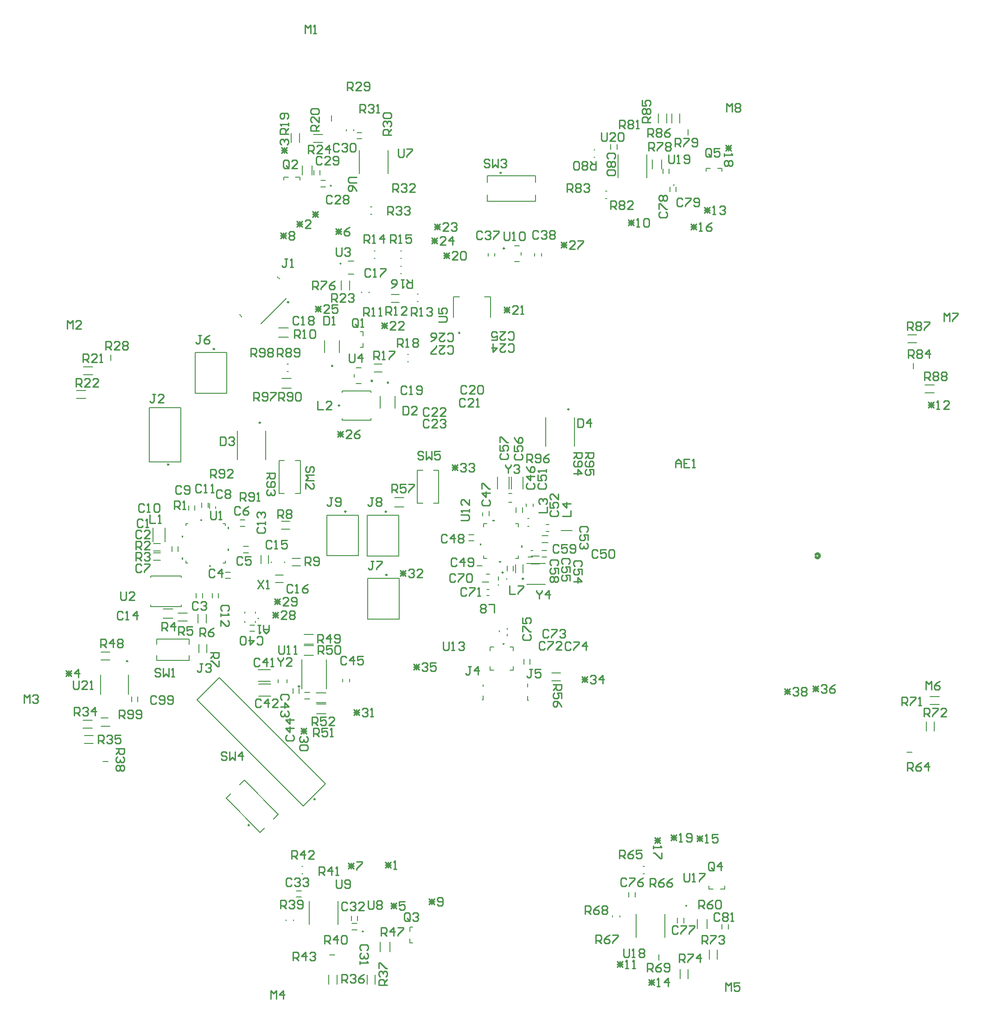
<source format=gto>
G04*
G04 #@! TF.GenerationSoftware,Altium Limited,Altium Designer,25.8.1 (18)*
G04*
G04 Layer_Color=65535*
%FSLAX44Y44*%
%MOMM*%
G71*
G04*
G04 #@! TF.SameCoordinates,535EF8B2-0DBE-4100-A7A0-3C18341BF710*
G04*
G04*
G04 #@! TF.FilePolarity,Positive*
G04*
G01*
G75*
%ADD10C,0.5080*%
%ADD11C,0.2500*%
%ADD12C,0.1524*%
%ADD13C,0.2000*%
%ADD14C,0.1270*%
%ADD15C,0.2540*%
G36*
X623825Y1720850D02*
X620015D01*
Y1723390D01*
X623825D01*
Y1720850D01*
D02*
G37*
G36*
X1157575Y1720088D02*
X1153765D01*
Y1722628D01*
X1157575D01*
Y1720088D01*
D02*
G37*
G36*
X673100Y1706305D02*
X670560D01*
Y1710115D01*
X673100D01*
Y1706305D01*
D02*
G37*
G36*
X589280Y1690305D02*
X586740D01*
Y1694115D01*
X589280D01*
Y1690305D01*
D02*
G37*
G36*
X1133602Y1676115D02*
X1131062D01*
Y1679925D01*
X1133602D01*
Y1676115D01*
D02*
G37*
G36*
X1208278Y1672115D02*
X1205738D01*
Y1675925D01*
X1208278D01*
Y1672115D01*
D02*
G37*
G36*
X673100Y1666305D02*
X670560D01*
Y1670115D01*
X673100D01*
Y1666305D01*
D02*
G37*
G36*
X589280Y1650305D02*
X586740D01*
Y1654115D01*
X589280D01*
Y1650305D01*
D02*
G37*
G36*
X1169575Y1645412D02*
X1165765D01*
Y1647952D01*
X1169575D01*
Y1645412D01*
D02*
G37*
G36*
X639825Y1637030D02*
X636015D01*
Y1639570D01*
X639825D01*
Y1637030D01*
D02*
G37*
G36*
X1175968Y1495477D02*
X1172158D01*
Y1498017D01*
X1175968D01*
Y1495477D01*
D02*
G37*
D10*
X1744243Y1655031D02*
G03*
X1751076Y1657350I3023J2319D01*
G01*
D02*
G03*
X1744243Y1659669I-3810J0D01*
G01*
D11*
X781792Y2120301D02*
G03*
X781792Y2120301I-1250J0D01*
G01*
X964160Y1973520D02*
G03*
X964160Y1973520I-1250J0D01*
G01*
X862060Y2004120D02*
G03*
X862060Y2004120I-1250J0D01*
G01*
X1094330Y2064260D02*
G03*
X1094330Y2064260I-1250J0D01*
G01*
X874760Y1931670D02*
G03*
X874760Y1931670I-1250J0D01*
G01*
X729990Y1900280D02*
G03*
X729990Y1900280I-1250J0D01*
G01*
X1169970Y2356660D02*
G03*
X1169970Y2356660I-1250J0D01*
G01*
X1293630Y1924820D02*
G03*
X1293630Y1924820I-1250J0D01*
G01*
X830332Y1213078D02*
G03*
X830332Y1213078I-1250J0D01*
G01*
X801790Y1418950D02*
G03*
X801790Y1418950I-1250J0D01*
G01*
X1210670Y1615580D02*
G03*
X1210670Y1615580I-1250J0D01*
G01*
X1173460Y1626992D02*
G03*
X1173460Y1626992I-1250J0D01*
G01*
X487800Y1464900D02*
G03*
X487800Y1464900I-1250J0D01*
G01*
X562760Y1824080D02*
G03*
X562760Y1824080I-1250J0D01*
G01*
X1175680Y2218640D02*
G03*
X1175680Y2218640I-1250J0D01*
G01*
X961370Y1622560D02*
G03*
X961370Y1622560I-1250J0D01*
G01*
X646410Y2034910D02*
G03*
X646410Y2034910I-1250J0D01*
G01*
X934475Y1977208D02*
G03*
X934188Y1975831I-1155J-478D01*
G01*
X960270Y1737930D02*
G03*
X960270Y1737930I-1250J0D01*
G01*
X710073Y1165678D02*
G03*
X710073Y1165678I-1250J0D01*
G01*
X886440Y1738130D02*
G03*
X886440Y1738130I-1250J0D01*
G01*
D12*
X877269Y2190630D02*
G03*
X877269Y2190630I-1016J0D01*
G01*
X1508624Y1018492D02*
G03*
X1508624Y1018492I-1016J0D01*
G01*
X1485764Y2334212D02*
G03*
X1484032Y2333491I-1016J0D01*
G01*
X918074Y971502D02*
G03*
X918074Y971502I-1016J0D01*
G01*
X859654Y2332942D02*
G03*
X859654Y2332942I-1016J0D01*
G01*
X963549Y2355533D02*
Y2397950D01*
X910971Y2355533D02*
Y2397950D01*
X890478Y2194941D02*
X900222D01*
X890478Y2171319D02*
X900222D01*
X666242Y1712426D02*
Y1716532D01*
X662136Y1643888D02*
X666242D01*
X593598D02*
X597704D01*
X593598D02*
Y1647994D01*
Y1716532D02*
X597704D01*
X593598Y1712426D02*
Y1716532D01*
X662136D02*
X666242D01*
Y1643888D02*
Y1647994D01*
X529590Y1564640D02*
X585470D01*
X529590Y1617503D02*
Y1620520D01*
X585470D01*
X529590Y1564640D02*
Y1567657D01*
X585470Y1617503D02*
Y1620520D01*
Y1564640D02*
Y1567657D01*
X1137920Y1652270D02*
Y1657677D01*
X1196013Y1652270D02*
X1201420D01*
Y1710363D02*
Y1715770D01*
X1137920D02*
X1143327D01*
X1137920Y1652270D02*
X1143327D01*
X1201420D02*
Y1657677D01*
X1196013Y1715770D02*
X1201420D01*
X1137920Y1710363D02*
Y1715770D01*
X1416431Y960501D02*
Y1002919D01*
X1469009Y960501D02*
Y1002919D01*
X1149604Y1448741D02*
Y1455349D01*
Y1491159D02*
X1156212D01*
X1192022Y1484551D02*
Y1491159D01*
X1185414Y1448741D02*
X1192022D01*
Y1455349D01*
X1149604Y1448741D02*
X1156212D01*
X1149604Y1484551D02*
Y1491159D01*
X1185414D02*
X1192022D01*
X872109Y984631D02*
Y1027049D01*
X819531Y984631D02*
Y1027049D01*
X1383411Y2347341D02*
Y2389759D01*
X1435989Y2347341D02*
Y2389759D01*
D13*
X727195Y1543130D02*
G03*
X727195Y1543130I-1000J0D01*
G01*
X912244Y2066560D02*
X917467D01*
X912244Y2037560D02*
X917467D01*
Y2058744D02*
Y2066560D01*
Y2037560D02*
Y2045376D01*
X1428930Y1090060D02*
X1430930D01*
X1428930Y1076560D02*
X1430930D01*
X772900Y2348380D02*
X780716D01*
X794084D02*
X801900D01*
X772900Y2343156D02*
Y2348380D01*
X801900Y2343156D02*
Y2348380D01*
X692012Y2097885D02*
X695901Y2093996D01*
X760884Y2166758D02*
X764774Y2162869D01*
X731398Y2080773D02*
X777997Y2127372D01*
X974809Y1763931D02*
X991891D01*
X974809Y1746349D02*
X991891D01*
X394228Y1959352D02*
X410952D01*
X394228Y1944628D02*
X410952D01*
X1360350Y2309730D02*
X1362350D01*
X1360350Y2323230D02*
X1362350D01*
X1910410Y1298310D02*
X1919910D01*
X1952812Y1400552D02*
X1969537D01*
X1952812Y1385828D02*
X1969537D01*
X1960622Y1337838D02*
Y1354562D01*
X1945898Y1337838D02*
Y1354562D01*
X1211010Y1459993D02*
Y1468621D01*
X1222310Y1459993D02*
Y1468621D01*
X1261638Y1429008D02*
X1278362D01*
X1261638Y1443732D02*
X1278362D01*
X1224538Y1656592D02*
X1239262D01*
X1224538Y1642868D02*
X1239262D01*
X860160Y2451430D02*
Y2460930D01*
X786388Y2411963D02*
Y2428688D01*
X801112Y2411963D02*
Y2428688D01*
X877828Y2143018D02*
Y2159742D01*
X928770Y2137590D02*
Y2139590D01*
X915270Y2137590D02*
Y2139590D01*
X1016360Y2135270D02*
X1018360D01*
X1016360Y2121770D02*
X1018360D01*
X892552Y2143018D02*
Y2159742D01*
X985700Y2172570D02*
X987700D01*
X985880Y2214010D02*
X987880D01*
X985880Y2200510D02*
X987880D01*
X985700Y2186070D02*
X987700D01*
X937530Y2214010D02*
X939530D01*
X937530Y2200510D02*
X939530D01*
X968724Y2120388D02*
X983845D01*
X617978Y1480534D02*
Y1495655D01*
X540230Y1466400D02*
X600230D01*
X540230Y1505400D02*
X600230D01*
X793590Y1770860D02*
X803090D01*
X793590Y1830860D02*
X803090D01*
X631702Y1480534D02*
Y1495655D01*
X600230Y1466400D02*
Y1475900D01*
X768755Y1720092D02*
X783876D01*
X768755Y1706368D02*
X783876D01*
X968724Y2134112D02*
X983845D01*
X540230Y1466400D02*
Y1475900D01*
X600230Y1495900D02*
Y1505400D01*
X540230Y1495900D02*
Y1505400D01*
X932010Y1905170D02*
Y1907920D01*
X879010Y1958170D02*
X932010D01*
X937319Y2007112D02*
X952441D01*
X879010Y1905170D02*
Y1907920D01*
Y1905170D02*
X932010D01*
Y1955420D02*
Y1958170D01*
X937319Y1993388D02*
X952441D01*
X1082830Y2130260D02*
X1093580D01*
X1139080D02*
X1149830D01*
X1082830Y2093260D02*
Y2130260D01*
X1149830Y2093260D02*
Y2130260D01*
X879010Y1955420D02*
Y1958170D01*
X1232720Y2304410D02*
Y2316410D01*
X1144720Y2339410D02*
Y2351410D01*
X1232720Y2339410D02*
Y2351410D01*
X1144720Y2304410D02*
Y2316410D01*
Y2304410D02*
X1232720D01*
X1144720Y2351410D02*
X1232720D01*
X847560Y2028370D02*
Y2050870D01*
X949160Y1926770D02*
Y1949270D01*
X976160Y1926770D02*
Y1949270D01*
X763619Y2073811D02*
X780701D01*
X763619Y2056229D02*
X780701D01*
X874560Y2028370D02*
Y2050870D01*
X764090Y1830860D02*
X773590D01*
X552799Y1560731D02*
X569881D01*
X612840Y1580643D02*
Y1589271D01*
X534658Y1665840D02*
X547382D01*
X534658Y1679340D02*
X547382D01*
X624140Y1580643D02*
Y1589271D01*
X552799Y1543149D02*
X569881D01*
X579942Y1538228D02*
X596667D01*
X579942Y1552952D02*
X596667D01*
X630932Y1534688D02*
Y1551412D01*
X534658Y1662830D02*
X547382D01*
X579690Y1665736D02*
Y1674364D01*
X568390Y1665736D02*
Y1674364D01*
X616208Y1534688D02*
Y1551412D01*
X787805Y1639058D02*
X802926D01*
X744732Y1643638D02*
Y1658362D01*
X731008Y1643638D02*
Y1658362D01*
X787805Y1652782D02*
X802926D01*
X757178Y1608578D02*
X771902D01*
X764090Y1770860D02*
Y1830860D01*
X803090Y1770860D02*
Y1830860D01*
X764090Y1770860D02*
X773590D01*
X757178Y1622302D02*
X771902D01*
X739740Y1833280D02*
Y1885280D01*
X687740Y1833280D02*
Y1885280D01*
X692913Y1711390D02*
X701541D01*
X666246Y1616140D02*
X674874D01*
X699269Y1674430D02*
X707897D01*
X699269Y1663130D02*
X707897D01*
X653350Y1580649D02*
Y1589277D01*
X642050Y1580649D02*
Y1589277D01*
X666246Y1627440D02*
X674874D01*
X636964Y1744473D02*
Y1753101D01*
X623000Y1745746D02*
Y1754374D01*
X634300Y1745746D02*
Y1754374D01*
X692913Y1722690D02*
X701541D01*
X648264Y1744473D02*
Y1747650D01*
X598870Y1740663D02*
Y1749291D01*
X610170Y1740663D02*
Y1749291D01*
X1180530Y1630179D02*
Y1638807D01*
X1191830Y1630179D02*
Y1638807D01*
X1218696Y1655510D02*
X1227324D01*
X1224234Y1666810D02*
X1227324D01*
X1218330Y1725560D02*
X1220830D01*
X1279019Y1703667D02*
X1299081D01*
X1252201Y1702119D02*
X1257139D01*
X1244093Y1655510D02*
X1252721D01*
X1244093Y1666810D02*
X1252721D01*
X1218330Y1711060D02*
X1220830D01*
X1136080Y1730509D02*
Y1736418D01*
X1147380Y1730509D02*
Y1739137D01*
X1227771Y1747681D02*
Y1752619D01*
X1110743Y1696020D02*
X1119371D01*
X1197040Y1736853D02*
Y1745481D01*
X1208340Y1736853D02*
Y1745481D01*
X1215709Y1747681D02*
Y1752619D01*
X1125986Y1639000D02*
X1134614D01*
X824131Y2352759D02*
Y2369841D01*
X806549Y2352759D02*
Y2369841D01*
X1182930Y1754760D02*
X1189430D01*
X1303380Y1857820D02*
Y1909820D01*
X1251380Y1857820D02*
Y1909820D01*
X1182930Y1770760D02*
X1189430D01*
X1195828Y1626569D02*
Y1641294D01*
X1209552Y1626569D02*
Y1641294D01*
X1216170Y1643080D02*
X1250170D01*
X1252201Y1714181D02*
X1257139D01*
X1244470Y1694440D02*
X1254970D01*
X1244430Y1681330D02*
X1254930D01*
X1216170Y1605580D02*
X1250170D01*
X1184230Y1779580D02*
Y1801580D01*
X1188130Y1779580D02*
Y1801580D01*
X1209630Y1779580D02*
Y1801580D01*
X1135162Y1609848D02*
X1146540D01*
X1142334Y1623572D02*
X1148746D01*
X1162730Y1779580D02*
Y1801580D01*
X1110743Y1684720D02*
X1119371D01*
X832569Y1386741D02*
X849651D01*
X832199Y1389479D02*
X849281D01*
X832199Y1407061D02*
X849281D01*
X811026Y1396430D02*
X819654D01*
X811026Y1407730D02*
X819654D01*
X832569Y1369159D02*
X849651D01*
X850540Y1414950D02*
Y1467950D01*
X809709Y1496159D02*
X826791D01*
X809709Y1513741D02*
X826791D01*
X614475Y1394451D02*
X655134Y1435109D01*
X805540Y1414950D02*
Y1467950D01*
X809709Y1493421D02*
X826791D01*
X809709Y1475839D02*
X826791D01*
X789370Y1406659D02*
Y1415287D01*
X769069Y1963519D02*
X786151D01*
X710699Y1519620D02*
X719327D01*
X710699Y1530920D02*
X719327D01*
X1157921Y2204881D02*
Y2209819D01*
X1145859Y2204881D02*
Y2209819D01*
X769069Y1981101D02*
X786151D01*
X880429Y1427641D02*
Y1432579D01*
X725720Y1428160D02*
X747720D01*
X725720Y1449660D02*
X747720D01*
X800670Y1406659D02*
Y1415287D01*
X892491Y1427641D02*
Y1432579D01*
X726870Y1401490D02*
X748870D01*
X726870Y1422990D02*
X748870D01*
X1166618Y1519190D02*
Y1521190D01*
X1180342Y1523000D02*
Y1525807D01*
Y1511082D02*
Y1514840D01*
X1164848Y1612686D02*
Y1619992D01*
Y1603268D02*
Y1605494D01*
X1143687Y1595583D02*
X1147406D01*
X1143660Y1584540D02*
X1147857D01*
X1218190Y1393450D02*
Y1400950D01*
Y1418450D02*
Y1423886D01*
Y1393450D02*
X1219690D01*
X1179572Y1614652D02*
Y1616228D01*
X614475Y1394451D02*
X808223Y1200704D01*
X848881Y1241362D01*
X655134Y1435109D02*
X848881Y1241362D01*
X998490Y2011280D02*
X1000490D01*
X1230949Y2204701D02*
Y2209639D01*
X1243011Y2204701D02*
Y2209639D01*
X901320Y1983830D02*
Y1988730D01*
X904920Y2000780D02*
X913720D01*
X998490Y2024780D02*
X1000490D01*
X1194030Y2223640D02*
X1202830D01*
X1206430Y2206690D02*
Y2211590D01*
X1194030Y2194640D02*
X1202830D01*
X904920Y1971780D02*
X913720D01*
X1003150Y950700D02*
X1008373D01*
X1003150Y971884D02*
Y979700D01*
Y950700D02*
Y958516D01*
X1572790Y2359666D02*
Y2364890D01*
X805540Y1090060D02*
X807540D01*
X805540Y1076560D02*
X807540D01*
X1003150Y979700D02*
X1008373D01*
X966371Y935069D02*
Y952151D01*
X948789Y935069D02*
Y952151D01*
X925020Y1657180D02*
X982520D01*
X925020D02*
Y1731180D01*
X982520D01*
X926120Y1541810D02*
Y1615810D01*
X983620D01*
X982520Y1657180D02*
Y1731180D01*
X1046320Y1813080D02*
X1055820D01*
X1046320Y1753080D02*
X1055820D01*
X1016820Y1813080D02*
X1026320D01*
X926120Y1541810D02*
X983620D01*
X527510Y1828830D02*
X585010D01*
X668660Y1954160D02*
Y2028160D01*
X611160Y1954160D02*
X668660D01*
X527510Y1828830D02*
Y1927830D01*
X585010D01*
Y1828830D02*
Y1927830D01*
X611160Y1954160D02*
Y2028160D01*
X983620Y1541810D02*
Y1615810D01*
X611160Y2028160D02*
X668660D01*
X778690Y2007000D02*
X780690D01*
X778690Y1993500D02*
X780690D01*
X1543790Y2364890D02*
X1551606D01*
X1922780Y1999310D02*
Y2008810D01*
X438678Y1481832D02*
X455402D01*
X438678Y1467108D02*
X455402D01*
X1911878Y2046228D02*
X1928602D01*
X1543790Y2359666D02*
Y2364890D01*
X1564974D02*
X1572790D01*
X1943628Y1969512D02*
X1960352D01*
X1943628Y1954788D02*
X1960352D01*
X1911878Y2060952D02*
X1928602D01*
X827470Y2352803D02*
Y2361431D01*
X838770Y2352803D02*
Y2361431D01*
X931270Y2294020D02*
X933270D01*
X827003Y2426712D02*
X843728D01*
X827003Y2411988D02*
X843728D01*
X931270Y2280520D02*
X933270D01*
X887330Y2433500D02*
Y2435500D01*
X897389Y974790D02*
X906017D01*
X897389Y986090D02*
X906017D01*
X840233Y2331150D02*
X848861D01*
X840233Y2342450D02*
X848861D01*
X900830Y2433500D02*
Y2435500D01*
X1549658Y921278D02*
Y938002D01*
X1564382Y921278D02*
Y938002D01*
X406928Y2002532D02*
X423652D01*
X1548870Y1049247D02*
Y1054471D01*
X1491680Y987553D02*
Y996181D01*
X1502980Y987553D02*
Y996181D01*
X406928Y1987808D02*
X423652D01*
X906276Y2418780D02*
X914904D01*
X906276Y2430080D02*
X914904D01*
X457200Y2014550D02*
Y2024050D01*
X438050Y1404650D02*
Y1440150D01*
X489050Y1404650D02*
Y1440150D01*
X795786Y1034480D02*
X804414D01*
X795786Y1045780D02*
X804414D01*
X506030Y1391419D02*
Y1400047D01*
X556080Y1683328D02*
Y1708390D01*
X533580Y1683328D02*
Y1708390D01*
X534658Y1649330D02*
X547382D01*
X494730Y1391419D02*
Y1400047D01*
X438678Y1361182D02*
X451759D01*
X438678Y1346458D02*
X455402D01*
X790340Y990960D02*
Y992960D01*
X939542Y875558D02*
Y892282D01*
X854968Y875558D02*
Y892282D01*
X869692Y875558D02*
Y892282D01*
X896062Y991329D02*
Y999956D01*
X907362Y991329D02*
Y999956D01*
X924818Y875558D02*
Y892282D01*
X442290Y1281430D02*
X451790D01*
X405952Y1342648D02*
X422677D01*
X856310Y928370D02*
X865810D01*
X776840Y990960D02*
Y992960D01*
X408198Y1329432D02*
X424922D01*
X408198Y1314708D02*
X424922D01*
X405952Y1357372D02*
X422677D01*
X1570054Y1049247D02*
X1577870D01*
X778890Y1425500D02*
Y1432000D01*
X667280Y1214646D02*
X729506Y1152420D01*
X667280Y1214646D02*
X675766Y1223131D01*
X851190Y1657380D02*
Y1731380D01*
X908690D01*
X762890Y1425500D02*
Y1432000D01*
X729506Y1152420D02*
X737991Y1160906D01*
X1545491Y976979D02*
Y994061D01*
X1527909Y976979D02*
Y994061D01*
X1584260Y976123D02*
Y984751D01*
X692029Y1239394D02*
X700514Y1247880D01*
X762740Y1185654D01*
X754254Y1177169D02*
X762740Y1185654D01*
X851190Y1657380D02*
X908690D01*
X1016820Y1753080D02*
X1026320D01*
X1055820D02*
Y1813080D01*
X1016820Y1753080D02*
Y1813080D01*
X1136390Y1394230D02*
Y1401730D01*
X908690Y1657380D02*
Y1731380D01*
X1136390Y1419230D02*
Y1422616D01*
X1134890Y1394230D02*
X1136390D01*
X1338940Y2398160D02*
X1340940D01*
X1414080Y1034549D02*
Y1043177D01*
X1402780Y1034549D02*
Y1043177D01*
X1495802Y2447818D02*
Y2464542D01*
X1511300Y2426030D02*
Y2435530D01*
X1338940Y2384660D02*
X1340940D01*
X1386188Y998272D02*
Y1000272D01*
X1496318Y885718D02*
Y902442D01*
X1577870Y1049247D02*
Y1054471D01*
X1548870Y1049247D02*
X1556686D01*
X1372688Y998272D02*
Y1000272D01*
X1457960Y919810D02*
Y929310D01*
X1511042Y885718D02*
Y902442D01*
X1481078Y2447818D02*
Y2464542D01*
X1476310Y2355343D02*
Y2363971D01*
X1465010Y2355343D02*
Y2363971D01*
X1477710Y2322323D02*
Y2330951D01*
X1572960Y976123D02*
Y984751D01*
X1462941Y2363819D02*
Y2380901D01*
X1445359Y2363819D02*
Y2380901D01*
X1489010Y2322323D02*
Y2330951D01*
X1456948Y2447818D02*
Y2464542D01*
X1471672Y2447818D02*
Y2464542D01*
X1381060Y2399796D02*
Y2408424D01*
X1369760Y2399796D02*
Y2408424D01*
D14*
X749360Y1645140D02*
Y1646840D01*
X774360Y1645140D02*
Y1646840D01*
X701195Y1552580D02*
Y1555630D01*
X721195Y1535630D02*
Y1538680D01*
Y1552580D02*
Y1555630D01*
X701195Y1535630D02*
Y1538680D01*
D15*
X1460502Y2284733D02*
X1457962Y2282194D01*
Y2277116D01*
X1460502Y2274577D01*
X1470658D01*
X1473197Y2277116D01*
Y2282194D01*
X1470658Y2284733D01*
X1457962Y2289812D02*
Y2299969D01*
X1460502D01*
X1470658Y2289812D01*
X1473197D01*
X1460502Y2305047D02*
X1457962Y2307586D01*
Y2312664D01*
X1460502Y2315204D01*
X1463041D01*
X1465580Y2312664D01*
X1468119Y2315204D01*
X1470658D01*
X1473197Y2312664D01*
Y2307586D01*
X1470658Y2305047D01*
X1468119D01*
X1465580Y2307586D01*
X1463041Y2305047D01*
X1460502D01*
X1465580Y2307586D02*
Y2312664D01*
X847097Y948692D02*
Y963928D01*
X854714D01*
X857253Y961388D01*
Y956310D01*
X854714Y953771D01*
X847097D01*
X852175D02*
X857253Y948692D01*
X869949D02*
Y963928D01*
X862332Y956310D01*
X872488D01*
X877567Y961388D02*
X880106Y963928D01*
X885184D01*
X887723Y961388D01*
Y951232D01*
X885184Y948692D01*
X880106D01*
X877567Y951232D01*
Y961388D01*
X890274Y1096008D02*
X900431Y1085852D01*
X890274D02*
X900431Y1096008D01*
X890274Y1090930D02*
X900431D01*
X895352Y1085852D02*
Y1096008D01*
X905509Y1098548D02*
X915666D01*
Y1096008D01*
X905509Y1085852D01*
Y1083313D01*
X1156966Y1553212D02*
Y1568448D01*
X1146809D01*
X1141731Y1555752D02*
X1139192Y1553212D01*
X1134113D01*
X1131574Y1555752D01*
Y1558291D01*
X1134113Y1560830D01*
X1131574Y1563369D01*
Y1565908D01*
X1134113Y1568448D01*
X1139192D01*
X1141731Y1565908D01*
Y1563369D01*
X1139192Y1560830D01*
X1141731Y1558291D01*
Y1555752D01*
X1139192Y1560830D02*
X1134113D01*
X1686814Y1414522D02*
X1696971Y1404365D01*
X1686814D02*
X1696971Y1414522D01*
X1686814Y1409444D02*
X1696971D01*
X1691892Y1404365D02*
Y1414522D01*
X1702049D02*
X1704588Y1417061D01*
X1709667D01*
X1712206Y1414522D01*
Y1411983D01*
X1709667Y1409444D01*
X1707127D01*
X1709667D01*
X1712206Y1406904D01*
Y1404365D01*
X1709667Y1401826D01*
X1704588D01*
X1702049Y1404365D01*
X1717284Y1414522D02*
X1719823Y1417061D01*
X1724902D01*
X1727441Y1414522D01*
Y1411983D01*
X1724902Y1409444D01*
X1727441Y1406904D01*
Y1404365D01*
X1724902Y1401826D01*
X1719823D01*
X1717284Y1404365D01*
Y1406904D01*
X1719823Y1409444D01*
X1717284Y1411983D01*
Y1414522D01*
X1719823Y1409444D02*
X1724902D01*
X1738637Y1419858D02*
X1748793Y1409702D01*
X1738637D02*
X1748793Y1419858D01*
X1738637Y1414780D02*
X1748793D01*
X1743715Y1409702D02*
Y1419858D01*
X1753872D02*
X1756411Y1422397D01*
X1761489D01*
X1764028Y1419858D01*
Y1417319D01*
X1761489Y1414780D01*
X1758950D01*
X1761489D01*
X1764028Y1412241D01*
Y1409702D01*
X1761489Y1407162D01*
X1756411D01*
X1753872Y1409702D01*
X1779263Y1422397D02*
X1774185Y1419858D01*
X1769107Y1414780D01*
Y1409702D01*
X1771646Y1407162D01*
X1776724D01*
X1779263Y1409702D01*
Y1412241D01*
X1776724Y1414780D01*
X1769107D01*
X1009657Y1459228D02*
X1019813Y1449072D01*
X1009657D02*
X1019813Y1459228D01*
X1009657Y1454150D02*
X1019813D01*
X1014735Y1449072D02*
Y1459228D01*
X1024892D02*
X1027431Y1461767D01*
X1032509D01*
X1035048Y1459228D01*
Y1456689D01*
X1032509Y1454150D01*
X1029970D01*
X1032509D01*
X1035048Y1451611D01*
Y1449072D01*
X1032509Y1446532D01*
X1027431D01*
X1024892Y1449072D01*
X1050283Y1461767D02*
X1040127D01*
Y1454150D01*
X1045205Y1456689D01*
X1047744D01*
X1050283Y1454150D01*
Y1449072D01*
X1047744Y1446532D01*
X1042666D01*
X1040127Y1449072D01*
X1316997Y1436368D02*
X1327153Y1426212D01*
X1316997D02*
X1327153Y1436368D01*
X1316997Y1431290D02*
X1327153D01*
X1322075Y1426212D02*
Y1436368D01*
X1332232D02*
X1334771Y1438907D01*
X1339849D01*
X1342388Y1436368D01*
Y1433829D01*
X1339849Y1431290D01*
X1337310D01*
X1339849D01*
X1342388Y1428751D01*
Y1426212D01*
X1339849Y1423672D01*
X1334771D01*
X1332232Y1426212D01*
X1355084Y1423672D02*
Y1438907D01*
X1347467Y1431290D01*
X1357623D01*
X1079754Y1823462D02*
X1089911Y1813305D01*
X1079754D02*
X1089911Y1823462D01*
X1079754Y1818383D02*
X1089911D01*
X1084832Y1813305D02*
Y1823462D01*
X1094989D02*
X1097528Y1826001D01*
X1102607D01*
X1105146Y1823462D01*
Y1820923D01*
X1102607Y1818383D01*
X1100067D01*
X1102607D01*
X1105146Y1815844D01*
Y1813305D01*
X1102607Y1810766D01*
X1097528D01*
X1094989Y1813305D01*
X1110224Y1823462D02*
X1112763Y1826001D01*
X1117842D01*
X1120381Y1823462D01*
Y1820923D01*
X1117842Y1818383D01*
X1115303D01*
X1117842D01*
X1120381Y1815844D01*
Y1813305D01*
X1117842Y1810766D01*
X1112763D01*
X1110224Y1813305D01*
X985527Y1630678D02*
X995683Y1620522D01*
X985527D02*
X995683Y1630678D01*
X985527Y1625600D02*
X995683D01*
X990605Y1620522D02*
Y1630678D01*
X1000762D02*
X1003301Y1633217D01*
X1008379D01*
X1010918Y1630678D01*
Y1628139D01*
X1008379Y1625600D01*
X1005840D01*
X1008379D01*
X1010918Y1623061D01*
Y1620522D01*
X1008379Y1617982D01*
X1003301D01*
X1000762Y1620522D01*
X1026153Y1617982D02*
X1015997D01*
X1026153Y1628139D01*
Y1630678D01*
X1023614Y1633217D01*
X1018536D01*
X1015997Y1630678D01*
X900436Y1376678D02*
X910592Y1366522D01*
X900436D02*
X910592Y1376678D01*
X900436Y1371600D02*
X910592D01*
X905514Y1366522D02*
Y1376678D01*
X915671D02*
X918210Y1379218D01*
X923288D01*
X925828Y1376678D01*
Y1374139D01*
X923288Y1371600D01*
X920749D01*
X923288D01*
X925828Y1369061D01*
Y1366522D01*
X923288Y1363983D01*
X918210D01*
X915671Y1366522D01*
X930906Y1363983D02*
X935984D01*
X933445D01*
Y1379218D01*
X930906Y1376678D01*
X814068Y1342383D02*
X803912Y1332227D01*
Y1342383D02*
X814068Y1332227D01*
X808990Y1342383D02*
Y1332227D01*
X803912Y1337305D02*
X814068D01*
Y1327148D02*
X816608Y1324609D01*
Y1319531D01*
X814068Y1316992D01*
X811529D01*
X808990Y1319531D01*
Y1322070D01*
Y1319531D01*
X806451Y1316992D01*
X803912D01*
X801373Y1319531D01*
Y1324609D01*
X803912Y1327148D01*
X814068Y1311913D02*
X816608Y1309374D01*
Y1304296D01*
X814068Y1301756D01*
X803912D01*
X801373Y1304296D01*
Y1309374D01*
X803912Y1311913D01*
X814068D01*
X755657Y1578608D02*
X765813Y1568452D01*
X755657D02*
X765813Y1578608D01*
X755657Y1573530D02*
X765813D01*
X760735Y1568452D02*
Y1578608D01*
X781048Y1565912D02*
X770892D01*
X781048Y1576069D01*
Y1578608D01*
X778509Y1581147D01*
X773431D01*
X770892Y1578608D01*
X786127Y1568452D02*
X788666Y1565912D01*
X793744D01*
X796283Y1568452D01*
Y1578608D01*
X793744Y1581147D01*
X788666D01*
X786127Y1578608D01*
Y1576069D01*
X788666Y1573530D01*
X796283D01*
X752094Y1554222D02*
X762251Y1544065D01*
X752094D02*
X762251Y1554222D01*
X752094Y1549144D02*
X762251D01*
X757172Y1544065D02*
Y1554222D01*
X777486Y1541526D02*
X767329D01*
X777486Y1551683D01*
Y1554222D01*
X774947Y1556761D01*
X769868D01*
X767329Y1554222D01*
X782564D02*
X785103Y1556761D01*
X790182D01*
X792721Y1554222D01*
Y1551683D01*
X790182Y1549144D01*
X792721Y1546604D01*
Y1544065D01*
X790182Y1541526D01*
X785103D01*
X782564Y1544065D01*
Y1546604D01*
X785103Y1549144D01*
X782564Y1551683D01*
Y1554222D01*
X785103Y1549144D02*
X790182D01*
X1278897Y2230118D02*
X1289053Y2219962D01*
X1278897D02*
X1289053Y2230118D01*
X1278897Y2225040D02*
X1289053D01*
X1283975Y2219962D02*
Y2230118D01*
X1304288Y2217422D02*
X1294132D01*
X1304288Y2227579D01*
Y2230118D01*
X1301749Y2232657D01*
X1296671D01*
X1294132Y2230118D01*
X1309367Y2232657D02*
X1319523D01*
Y2230118D01*
X1309367Y2219962D01*
Y2217422D01*
X871227Y1884678D02*
X881383Y1874522D01*
X871227D02*
X881383Y1884678D01*
X871227Y1879600D02*
X881383D01*
X876305Y1874522D02*
Y1884678D01*
X896618Y1871983D02*
X886462D01*
X896618Y1882139D01*
Y1884678D01*
X894079Y1887218D01*
X889001D01*
X886462Y1884678D01*
X911853Y1887218D02*
X906775Y1884678D01*
X901697Y1879600D01*
Y1874522D01*
X904236Y1871983D01*
X909314D01*
X911853Y1874522D01*
Y1877061D01*
X909314Y1879600D01*
X901697D01*
X830587Y2113278D02*
X840743Y2103122D01*
X830587D02*
X840743Y2113278D01*
X830587Y2108200D02*
X840743D01*
X835665Y2103122D02*
Y2113278D01*
X855978Y2100582D02*
X845822D01*
X855978Y2110739D01*
Y2113278D01*
X853439Y2115818D01*
X848361D01*
X845822Y2113278D01*
X871213Y2115818D02*
X861057D01*
Y2108200D01*
X866135Y2110739D01*
X868674D01*
X871213Y2108200D01*
Y2103122D01*
X868674Y2100582D01*
X863596D01*
X861057Y2103122D01*
X1042867Y2237929D02*
X1053024Y2227772D01*
X1042867D02*
X1053024Y2237929D01*
X1042867Y2232850D02*
X1053024D01*
X1047945Y2227772D02*
Y2237929D01*
X1068259Y2225233D02*
X1058102D01*
X1068259Y2235390D01*
Y2237929D01*
X1065720Y2240468D01*
X1060641D01*
X1058102Y2237929D01*
X1080955Y2225233D02*
Y2240468D01*
X1073337Y2232850D01*
X1083494D01*
X1047757Y2263138D02*
X1057913Y2252982D01*
X1047757D02*
X1057913Y2263138D01*
X1047757Y2258060D02*
X1057913D01*
X1052835Y2252982D02*
Y2263138D01*
X1073148Y2250443D02*
X1062992D01*
X1073148Y2260599D01*
Y2263138D01*
X1070609Y2265677D01*
X1065531D01*
X1062992Y2263138D01*
X1078227D02*
X1080766Y2265677D01*
X1085844D01*
X1088383Y2263138D01*
Y2260599D01*
X1085844Y2258060D01*
X1083305D01*
X1085844D01*
X1088383Y2255521D01*
Y2252982D01*
X1085844Y2250443D01*
X1080766D01*
X1078227Y2252982D01*
X951484Y2082542D02*
X961641Y2072385D01*
X951484D02*
X961641Y2082542D01*
X951484Y2077464D02*
X961641D01*
X956562Y2072385D02*
Y2082542D01*
X976876Y2069846D02*
X966719D01*
X976876Y2080003D01*
Y2082542D01*
X974337Y2085081D01*
X969258D01*
X966719Y2082542D01*
X992111Y2069846D02*
X981954D01*
X992111Y2080003D01*
Y2082542D01*
X989572Y2085081D01*
X984493D01*
X981954Y2082542D01*
X1175004Y2111752D02*
X1185161Y2101595D01*
X1175004D02*
X1185161Y2111752D01*
X1175004Y2106673D02*
X1185161D01*
X1180082Y2101595D02*
Y2111752D01*
X1200396Y2099056D02*
X1190239D01*
X1200396Y2109213D01*
Y2111752D01*
X1197857Y2114291D01*
X1192778D01*
X1190239Y2111752D01*
X1205474Y2099056D02*
X1210553D01*
X1208013D01*
Y2114291D01*
X1205474Y2111752D01*
X1064514Y2210812D02*
X1074671Y2200655D01*
X1064514D02*
X1074671Y2210812D01*
X1064514Y2205733D02*
X1074671D01*
X1069592Y2200655D02*
Y2210812D01*
X1089906Y2198116D02*
X1079749D01*
X1089906Y2208273D01*
Y2210812D01*
X1087367Y2213351D01*
X1082288D01*
X1079749Y2210812D01*
X1094984D02*
X1097523Y2213351D01*
X1102602D01*
X1105141Y2210812D01*
Y2200655D01*
X1102602Y2198116D01*
X1097523D01*
X1094984Y2200655D01*
Y2210812D01*
X825502Y2285998D02*
X835658Y2275842D01*
X825502D02*
X835658Y2285998D01*
X825502Y2280920D02*
X835658D01*
X830580Y2275842D02*
Y2285998D01*
X1479804Y1147822D02*
X1489961Y1137665D01*
X1479804D02*
X1489961Y1147822D01*
X1479804Y1142744D02*
X1489961D01*
X1484882Y1137665D02*
Y1147822D01*
X1495039Y1135126D02*
X1500117D01*
X1497578D01*
Y1150361D01*
X1495039Y1147822D01*
X1507735Y1137665D02*
X1510274Y1135126D01*
X1515352D01*
X1517892Y1137665D01*
Y1147822D01*
X1515352Y1150361D01*
X1510274D01*
X1507735Y1147822D01*
Y1145283D01*
X1510274Y1142744D01*
X1517892D01*
X1590038Y2406644D02*
X1579882Y2396487D01*
Y2406644D02*
X1590038Y2396487D01*
X1584960Y2406644D02*
Y2396487D01*
X1579882Y2401566D02*
X1590038D01*
X1577343Y2391409D02*
Y2386330D01*
Y2388869D01*
X1592578D01*
X1590038Y2391409D01*
Y2378713D02*
X1592578Y2376174D01*
Y2371095D01*
X1590038Y2368556D01*
X1587499D01*
X1584960Y2371095D01*
X1582421Y2368556D01*
X1579882D01*
X1577343Y2371095D01*
Y2376174D01*
X1579882Y2378713D01*
X1582421D01*
X1584960Y2376174D01*
X1587499Y2378713D01*
X1590038D01*
X1584960Y2376174D02*
Y2371095D01*
X1460498Y1142994D02*
X1450342Y1132837D01*
Y1142994D02*
X1460498Y1132837D01*
X1455420Y1142994D02*
Y1132837D01*
X1450342Y1137915D02*
X1460498D01*
X1447802Y1127759D02*
Y1122680D01*
Y1125219D01*
X1463038D01*
X1460498Y1127759D01*
X1463038Y1115063D02*
Y1104906D01*
X1460498D01*
X1450342Y1115063D01*
X1447802D01*
X1516386Y2263138D02*
X1526543Y2252982D01*
X1516386D02*
X1526543Y2263138D01*
X1516386Y2258060D02*
X1526543D01*
X1521465Y2252982D02*
Y2263138D01*
X1531621Y2250443D02*
X1536700D01*
X1534160D01*
Y2265677D01*
X1531621Y2263138D01*
X1554474Y2265677D02*
X1549395Y2263138D01*
X1544317Y2258060D01*
Y2252982D01*
X1546856Y2250443D01*
X1551935D01*
X1554474Y2252982D01*
Y2255521D01*
X1551935Y2258060D01*
X1544317D01*
X1526794Y1146552D02*
X1536951Y1136395D01*
X1526794D02*
X1536951Y1146552D01*
X1526794Y1141473D02*
X1536951D01*
X1531872Y1136395D02*
Y1146552D01*
X1542029Y1133856D02*
X1547107D01*
X1544568D01*
Y1149091D01*
X1542029Y1146552D01*
X1564882Y1149091D02*
X1554725D01*
Y1141473D01*
X1559803Y1144013D01*
X1562343D01*
X1564882Y1141473D01*
Y1136395D01*
X1562343Y1133856D01*
X1557264D01*
X1554725Y1136395D01*
X1438916Y883918D02*
X1449073Y873762D01*
X1438916D02*
X1449073Y883918D01*
X1438916Y878840D02*
X1449073D01*
X1443994Y873762D02*
Y883918D01*
X1454151Y871223D02*
X1459230D01*
X1456690D01*
Y886458D01*
X1454151Y883918D01*
X1474465Y871223D02*
Y886458D01*
X1466847Y878840D01*
X1477004D01*
X1540516Y2293618D02*
X1550673Y2283462D01*
X1540516D02*
X1550673Y2293618D01*
X1540516Y2288540D02*
X1550673D01*
X1545594Y2283462D02*
Y2293618D01*
X1555751Y2280923D02*
X1560830D01*
X1558290D01*
Y2296158D01*
X1555751Y2293618D01*
X1568447D02*
X1570986Y2296158D01*
X1576065D01*
X1578604Y2293618D01*
Y2291079D01*
X1576065Y2288540D01*
X1573526D01*
X1576065D01*
X1578604Y2286001D01*
Y2283462D01*
X1576065Y2280923D01*
X1570986D01*
X1568447Y2283462D01*
X1949704Y1937762D02*
X1959861Y1927605D01*
X1949704D02*
X1959861Y1937762D01*
X1949704Y1932684D02*
X1959861D01*
X1954782Y1927605D02*
Y1937762D01*
X1964939Y1925066D02*
X1970017D01*
X1967478D01*
Y1940301D01*
X1964939Y1937762D01*
X1987792Y1925066D02*
X1977635D01*
X1987792Y1935223D01*
Y1937762D01*
X1985253Y1940301D01*
X1980174D01*
X1977635Y1937762D01*
X1381765Y916938D02*
X1391922Y906782D01*
X1381765D02*
X1391922Y916938D01*
X1381765Y911860D02*
X1391922D01*
X1386844Y906782D02*
Y916938D01*
X1397000Y904242D02*
X1402079D01*
X1399540D01*
Y919477D01*
X1397000Y916938D01*
X1409696Y904242D02*
X1414775D01*
X1412236D01*
Y919477D01*
X1409696Y916938D01*
X1401572Y2270502D02*
X1411729Y2260345D01*
X1401572D02*
X1411729Y2270502D01*
X1401572Y2265423D02*
X1411729D01*
X1406650Y2260345D02*
Y2270502D01*
X1416807Y2257806D02*
X1421885D01*
X1419346D01*
Y2273041D01*
X1416807Y2270502D01*
X1429503D02*
X1432042Y2273041D01*
X1437121D01*
X1439660Y2270502D01*
Y2260345D01*
X1437121Y2257806D01*
X1432042D01*
X1429503Y2260345D01*
Y2270502D01*
X1037844Y1030982D02*
X1048001Y1020825D01*
X1037844D02*
X1048001Y1030982D01*
X1037844Y1025903D02*
X1048001D01*
X1042922Y1020825D02*
Y1030982D01*
X1053079Y1020825D02*
X1055618Y1018286D01*
X1060697D01*
X1063236Y1020825D01*
Y1030982D01*
X1060697Y1033521D01*
X1055618D01*
X1053079Y1030982D01*
Y1028443D01*
X1055618Y1025903D01*
X1063236D01*
X767084Y2246628D02*
X777241Y2236472D01*
X767084D02*
X777241Y2246628D01*
X767084Y2241550D02*
X777241D01*
X772162Y2236472D02*
Y2246628D01*
X782319D02*
X784858Y2249167D01*
X789937D01*
X792476Y2246628D01*
Y2244089D01*
X789937Y2241550D01*
X792476Y2239011D01*
Y2236472D01*
X789937Y2233932D01*
X784858D01*
X782319Y2236472D01*
Y2239011D01*
X784858Y2241550D01*
X782319Y2244089D01*
Y2246628D01*
X784858Y2241550D02*
X789937D01*
X867414Y2254248D02*
X877571Y2244092D01*
X867414D02*
X877571Y2254248D01*
X867414Y2249170D02*
X877571D01*
X872493Y2244092D02*
Y2254248D01*
X892806Y2256788D02*
X887728Y2254248D01*
X882649Y2249170D01*
Y2244092D01*
X885188Y2241552D01*
X890267D01*
X892806Y2244092D01*
Y2246631D01*
X890267Y2249170D01*
X882649D01*
X967994Y1023362D02*
X978151Y1013205D01*
X967994D02*
X978151Y1023362D01*
X967994Y1018283D02*
X978151D01*
X973072Y1013205D02*
Y1023362D01*
X993386Y1025901D02*
X983229D01*
Y1018283D01*
X988307Y1020823D01*
X990847D01*
X993386Y1018283D01*
Y1013205D01*
X990847Y1010666D01*
X985768D01*
X983229Y1013205D01*
X374654Y1447798D02*
X384811Y1437642D01*
X374654D02*
X384811Y1447798D01*
X374654Y1442720D02*
X384811D01*
X379733Y1437642D02*
Y1447798D01*
X397507Y1435103D02*
Y1450338D01*
X389889Y1442720D01*
X400046D01*
X768352Y2392684D02*
X778508Y2402841D01*
Y2392684D02*
X768352Y2402841D01*
X773430Y2392684D02*
Y2402841D01*
X778508Y2397762D02*
X768352D01*
Y2407919D02*
X765813Y2410458D01*
Y2415537D01*
X768352Y2418076D01*
X770891D01*
X773430Y2415537D01*
Y2412997D01*
Y2415537D01*
X775969Y2418076D01*
X778508D01*
X781048Y2415537D01*
Y2410458D01*
X778508Y2407919D01*
X796294Y2268218D02*
X806451Y2258062D01*
X796294D02*
X806451Y2268218D01*
X796294Y2263140D02*
X806451D01*
X801373Y2258062D02*
Y2268218D01*
X821686Y2255522D02*
X811529D01*
X821686Y2265679D01*
Y2268218D01*
X819147Y2270757D01*
X814068D01*
X811529Y2268218D01*
X957834Y1098292D02*
X967991Y1088135D01*
X957834D02*
X967991Y1098292D01*
X957834Y1093214D02*
X967991D01*
X962912Y1088135D02*
Y1098292D01*
X973069Y1085596D02*
X978147D01*
X975608D01*
Y1100831D01*
X973069Y1098292D01*
X1487932Y1818640D02*
Y1828797D01*
X1493010Y1833875D01*
X1498089Y1828797D01*
Y1818640D01*
Y1826257D01*
X1487932D01*
X1513324Y1833875D02*
X1503167D01*
Y1818640D01*
X1513324D01*
X1503167Y1826257D02*
X1508245D01*
X1518402Y1818640D02*
X1523481D01*
X1520941D01*
Y1833875D01*
X1518402Y1831336D01*
X781048Y2426976D02*
X765813D01*
Y2434594D01*
X768352Y2437133D01*
X773430D01*
X775969Y2434594D01*
Y2426976D01*
Y2432054D02*
X781048Y2437133D01*
Y2442211D02*
Y2447290D01*
Y2444750D01*
X765813D01*
X768352Y2442211D01*
X778508Y2454907D02*
X781048Y2457446D01*
Y2462525D01*
X778508Y2465064D01*
X768352D01*
X765813Y2462525D01*
Y2457446D01*
X768352Y2454907D01*
X770891D01*
X773430Y2457446D01*
Y2465064D01*
X927104Y1027428D02*
Y1014732D01*
X929643Y1012193D01*
X934722D01*
X937261Y1014732D01*
Y1027428D01*
X942339Y1024888D02*
X944878Y1027428D01*
X949957D01*
X952496Y1024888D01*
Y1022349D01*
X949957Y1019810D01*
X952496Y1017271D01*
Y1014732D01*
X949957Y1012193D01*
X944878D01*
X942339Y1014732D01*
Y1017271D01*
X944878Y1019810D01*
X942339Y1022349D01*
Y1024888D01*
X944878Y1019810D02*
X949957D01*
X981714Y2400298D02*
Y2387602D01*
X984253Y2385063D01*
X989332D01*
X991871Y2387602D01*
Y2400298D01*
X996949D02*
X1007106D01*
Y2397758D01*
X996949Y2387602D01*
Y2385063D01*
X1503680Y1077463D02*
Y1064767D01*
X1506219Y1062228D01*
X1511297D01*
X1513837Y1064767D01*
Y1077463D01*
X1518915Y1062228D02*
X1523993D01*
X1521454D01*
Y1077463D01*
X1518915Y1074924D01*
X1531611Y1077463D02*
X1541768D01*
Y1074924D01*
X1531611Y1064767D01*
Y1062228D01*
X1234444Y1593848D02*
Y1591308D01*
X1239522Y1586230D01*
X1244601Y1591308D01*
Y1593848D01*
X1239522Y1586230D02*
Y1578613D01*
X1257297D02*
Y1593848D01*
X1249679Y1586230D01*
X1259836D01*
X1177294Y1823717D02*
Y1821178D01*
X1182373Y1816100D01*
X1187451Y1821178D01*
Y1823717D01*
X1182373Y1816100D02*
Y1808483D01*
X1192529Y1821178D02*
X1195068Y1823717D01*
X1200147D01*
X1202686Y1821178D01*
Y1818639D01*
X1200147Y1816100D01*
X1197607D01*
X1200147D01*
X1202686Y1813561D01*
Y1811022D01*
X1200147Y1808483D01*
X1195068D01*
X1192529Y1811022D01*
X762000Y1471671D02*
Y1469132D01*
X767078Y1464053D01*
X772157Y1469132D01*
Y1471671D01*
X767078Y1464053D02*
Y1456436D01*
X787392D02*
X777235D01*
X787392Y1466593D01*
Y1469132D01*
X784853Y1471671D01*
X779774D01*
X777235Y1469132D01*
X725173Y1612897D02*
X735330Y1597663D01*
Y1612897D02*
X725173Y1597663D01*
X740408D02*
X745487D01*
X742948D01*
Y1612897D01*
X740408Y1610358D01*
X388626Y1428748D02*
Y1416052D01*
X391165Y1413513D01*
X396243D01*
X398783Y1416052D01*
Y1428748D01*
X414018Y1413513D02*
X403861D01*
X414018Y1423669D01*
Y1426208D01*
X411478Y1428748D01*
X406400D01*
X403861Y1426208D01*
X419096Y1413513D02*
X424174D01*
X421635D01*
Y1428748D01*
X419096Y1426208D01*
X1352557Y2429507D02*
Y2416812D01*
X1355096Y2414272D01*
X1360174D01*
X1362713Y2416812D01*
Y2429507D01*
X1377948Y2414272D02*
X1367792D01*
X1377948Y2424429D01*
Y2426968D01*
X1375409Y2429507D01*
X1370331D01*
X1367792Y2426968D01*
X1383027D02*
X1385566Y2429507D01*
X1390644D01*
X1393183Y2426968D01*
Y2416812D01*
X1390644Y2414272D01*
X1385566D01*
X1383027Y2416812D01*
Y2426968D01*
X1475746Y2388867D02*
Y2376172D01*
X1478285Y2373633D01*
X1483364D01*
X1485903Y2376172D01*
Y2388867D01*
X1490981Y2373633D02*
X1496060D01*
X1493520D01*
Y2388867D01*
X1490981Y2386328D01*
X1503677Y2376172D02*
X1506216Y2373633D01*
X1511295D01*
X1513834Y2376172D01*
Y2386328D01*
X1511295Y2388867D01*
X1506216D01*
X1503677Y2386328D01*
Y2383789D01*
X1506216Y2381250D01*
X1513834D01*
X1393196Y939798D02*
Y927102D01*
X1395735Y924563D01*
X1400814D01*
X1403353Y927102D01*
Y939798D01*
X1408431Y924563D02*
X1413510D01*
X1410970D01*
Y939798D01*
X1408431Y937258D01*
X1421127D02*
X1423666Y939798D01*
X1428745D01*
X1431284Y937258D01*
Y934719D01*
X1428745Y932180D01*
X1431284Y929641D01*
Y927102D01*
X1428745Y924563D01*
X1423666D01*
X1421127Y927102D01*
Y929641D01*
X1423666Y932180D01*
X1421127Y934719D01*
Y937258D01*
X1423666Y932180D02*
X1428745D01*
X1064139Y1500428D02*
Y1487732D01*
X1066678Y1485193D01*
X1071757D01*
X1074296Y1487732D01*
Y1500428D01*
X1079374Y1485193D02*
X1084453D01*
X1081913D01*
Y1500428D01*
X1079374Y1497888D01*
X1092070D02*
X1094609Y1500428D01*
X1099688D01*
X1102227Y1497888D01*
Y1495349D01*
X1099688Y1492810D01*
X1097149D01*
X1099688D01*
X1102227Y1490271D01*
Y1487732D01*
X1099688Y1485193D01*
X1094609D01*
X1092070Y1487732D01*
X1096012Y1722126D02*
X1108708D01*
X1111247Y1724665D01*
Y1729744D01*
X1108708Y1732283D01*
X1096012D01*
X1111247Y1737361D02*
Y1742440D01*
Y1739900D01*
X1096012D01*
X1098552Y1737361D01*
X1111247Y1760214D02*
Y1750057D01*
X1101091Y1760214D01*
X1098552D01*
X1096012Y1757675D01*
Y1752596D01*
X1098552Y1750057D01*
X763275Y1493517D02*
Y1480822D01*
X765815Y1478282D01*
X770893D01*
X773432Y1480822D01*
Y1493517D01*
X778510Y1478282D02*
X783589D01*
X781050D01*
Y1493517D01*
X778510Y1490978D01*
X791206Y1478282D02*
X796285D01*
X793745D01*
Y1493517D01*
X791206Y1490978D01*
X1174496Y2248403D02*
Y2235707D01*
X1177035Y2233168D01*
X1182113D01*
X1184653Y2235707D01*
Y2248403D01*
X1189731Y2233168D02*
X1194809D01*
X1192270D01*
Y2248403D01*
X1189731Y2245864D01*
X1202427D02*
X1204966Y2248403D01*
X1210044D01*
X1212584Y2245864D01*
Y2235707D01*
X1210044Y2233168D01*
X1204966D01*
X1202427Y2235707D01*
Y2245864D01*
X868684Y1065527D02*
Y1052832D01*
X871223Y1050293D01*
X876302D01*
X878841Y1052832D01*
Y1065527D01*
X883919Y1052832D02*
X886458Y1050293D01*
X891537D01*
X894076Y1052832D01*
Y1062988D01*
X891537Y1065527D01*
X886458D01*
X883919Y1062988D01*
Y1060449D01*
X886458Y1057910D01*
X894076D01*
X905508Y2348226D02*
X892812D01*
X890273Y2345687D01*
Y2340608D01*
X892812Y2338069D01*
X905508D01*
Y2322834D02*
X902968Y2327912D01*
X897890Y2332991D01*
X892812D01*
X890273Y2330452D01*
Y2325373D01*
X892812Y2322834D01*
X895351D01*
X897890Y2325373D01*
Y2332991D01*
X1055372Y2084074D02*
X1068068D01*
X1070608Y2086613D01*
Y2091692D01*
X1068068Y2094231D01*
X1055372D01*
Y2109466D02*
Y2099309D01*
X1062990D01*
X1060451Y2104388D01*
Y2106927D01*
X1062990Y2109466D01*
X1068068D01*
X1070608Y2106927D01*
Y2101848D01*
X1068068Y2099309D01*
X891794Y2025645D02*
Y2012949D01*
X894333Y2010410D01*
X899411D01*
X901951Y2012949D01*
Y2025645D01*
X914647Y2010410D02*
Y2025645D01*
X907029Y2018027D01*
X917186D01*
X868684Y2219957D02*
Y2207262D01*
X871223Y2204722D01*
X876302D01*
X878841Y2207262D01*
Y2219957D01*
X883919Y2217418D02*
X886458Y2219957D01*
X891537D01*
X894076Y2217418D01*
Y2214879D01*
X891537Y2212340D01*
X888997D01*
X891537D01*
X894076Y2209801D01*
Y2207262D01*
X891537Y2204722D01*
X886458D01*
X883919Y2207262D01*
X474984Y1591308D02*
Y1578612D01*
X477523Y1576073D01*
X482602D01*
X485141Y1578612D01*
Y1591308D01*
X500376Y1576073D02*
X490219D01*
X500376Y1586229D01*
Y1588768D01*
X497837Y1591308D01*
X492758D01*
X490219Y1588768D01*
X638813Y1738627D02*
Y1725932D01*
X641352Y1723392D01*
X646431D01*
X648970Y1725932D01*
Y1738627D01*
X654048Y1723392D02*
X659127D01*
X656588D01*
Y1738627D01*
X654048Y1736088D01*
X811533Y2611122D02*
Y2626357D01*
X816612Y2621279D01*
X821690Y2626357D01*
Y2611122D01*
X826768D02*
X831847D01*
X829308D01*
Y2626357D01*
X826768Y2623818D01*
X1027173Y1845560D02*
X1024633Y1848099D01*
X1019555D01*
X1017016Y1845560D01*
Y1843021D01*
X1019555Y1840482D01*
X1024633D01*
X1027173Y1837942D01*
Y1835403D01*
X1024633Y1832864D01*
X1019555D01*
X1017016Y1835403D01*
X1032251Y1848099D02*
Y1832864D01*
X1037329Y1837942D01*
X1042408Y1832864D01*
Y1848099D01*
X1057643D02*
X1047486D01*
Y1840482D01*
X1052564Y1843021D01*
X1055104D01*
X1057643Y1840482D01*
Y1835403D01*
X1055104Y1832864D01*
X1050025D01*
X1047486Y1835403D01*
X668525Y1296920D02*
X665985Y1299459D01*
X660907D01*
X658368Y1296920D01*
Y1294381D01*
X660907Y1291841D01*
X665985D01*
X668525Y1289302D01*
Y1286763D01*
X665985Y1284224D01*
X660907D01*
X658368Y1286763D01*
X673603Y1299459D02*
Y1284224D01*
X678681Y1289302D01*
X683760Y1284224D01*
Y1299459D01*
X696456Y1284224D02*
Y1299459D01*
X688838Y1291841D01*
X698995D01*
X1148839Y2379468D02*
X1146300Y2382007D01*
X1141221D01*
X1138682Y2379468D01*
Y2376929D01*
X1141221Y2374389D01*
X1146300D01*
X1148839Y2371850D01*
Y2369311D01*
X1146300Y2366772D01*
X1141221D01*
X1138682Y2369311D01*
X1153917Y2382007D02*
Y2366772D01*
X1158995Y2371850D01*
X1164074Y2366772D01*
Y2382007D01*
X1169152Y2379468D02*
X1171691Y2382007D01*
X1176770D01*
X1179309Y2379468D01*
Y2376929D01*
X1176770Y2374389D01*
X1174230D01*
X1176770D01*
X1179309Y2371850D01*
Y2369311D01*
X1176770Y2366772D01*
X1171691D01*
X1169152Y2369311D01*
X825498Y1809747D02*
X828038Y1812286D01*
Y1817364D01*
X825498Y1819903D01*
X822959D01*
X820420Y1817364D01*
Y1812286D01*
X817881Y1809747D01*
X815342D01*
X812803Y1812286D01*
Y1817364D01*
X815342Y1819903D01*
X828038Y1804668D02*
X812803D01*
X817881Y1799590D01*
X812803Y1794512D01*
X828038D01*
X812803Y1779276D02*
Y1789433D01*
X822959Y1779276D01*
X825498D01*
X828038Y1781816D01*
Y1786894D01*
X825498Y1789433D01*
X547373Y1449068D02*
X544833Y1451608D01*
X539755D01*
X537216Y1449068D01*
Y1446529D01*
X539755Y1443990D01*
X544833D01*
X547373Y1441451D01*
Y1438912D01*
X544833Y1436373D01*
X539755D01*
X537216Y1438912D01*
X552451Y1451608D02*
Y1436373D01*
X557529Y1441451D01*
X562608Y1436373D01*
Y1451608D01*
X567686Y1436373D02*
X572764D01*
X570225D01*
Y1451608D01*
X567686Y1449068D01*
X471995Y1360222D02*
Y1375457D01*
X479613D01*
X482152Y1372918D01*
Y1367839D01*
X479613Y1365300D01*
X471995D01*
X477074D02*
X482152Y1360222D01*
X487230Y1362761D02*
X489769Y1360222D01*
X494848D01*
X497387Y1362761D01*
Y1372918D01*
X494848Y1375457D01*
X489769D01*
X487230Y1372918D01*
Y1370379D01*
X489769Y1367839D01*
X497387D01*
X502465Y1362761D02*
X505005Y1360222D01*
X510083D01*
X512622Y1362761D01*
Y1372918D01*
X510083Y1375457D01*
X505005D01*
X502465Y1372918D01*
Y1370379D01*
X505005Y1367839D01*
X512622D01*
X712477Y2020573D02*
Y2035807D01*
X720094D01*
X722633Y2033268D01*
Y2028190D01*
X720094Y2025651D01*
X712477D01*
X717555D02*
X722633Y2020573D01*
X727712Y2023112D02*
X730251Y2020573D01*
X735329D01*
X737868Y2023112D01*
Y2033268D01*
X735329Y2035807D01*
X730251D01*
X727712Y2033268D01*
Y2030729D01*
X730251Y2028190D01*
X737868D01*
X742947Y2033268D02*
X745486Y2035807D01*
X750564D01*
X753103Y2033268D01*
Y2030729D01*
X750564Y2028190D01*
X753103Y2025651D01*
Y2023112D01*
X750564Y2020573D01*
X745486D01*
X742947Y2023112D01*
Y2025651D01*
X745486Y2028190D01*
X742947Y2030729D01*
Y2033268D01*
X745486Y2028190D02*
X750564D01*
X717557Y1940562D02*
Y1955797D01*
X725174D01*
X727713Y1953258D01*
Y1948180D01*
X725174Y1945641D01*
X717557D01*
X722635D02*
X727713Y1940562D01*
X732792Y1943102D02*
X735331Y1940562D01*
X740409D01*
X742948Y1943102D01*
Y1953258D01*
X740409Y1955797D01*
X735331D01*
X732792Y1953258D01*
Y1950719D01*
X735331Y1948180D01*
X742948D01*
X748027Y1955797D02*
X758183D01*
Y1953258D01*
X748027Y1943102D01*
Y1940562D01*
X1216667Y1827533D02*
Y1842767D01*
X1224284D01*
X1226823Y1840228D01*
Y1835150D01*
X1224284Y1832611D01*
X1216667D01*
X1221745D02*
X1226823Y1827533D01*
X1231902Y1830072D02*
X1234441Y1827533D01*
X1239519D01*
X1242058Y1830072D01*
Y1840228D01*
X1239519Y1842767D01*
X1234441D01*
X1231902Y1840228D01*
Y1837689D01*
X1234441Y1835150D01*
X1242058D01*
X1257293Y1842767D02*
X1252215Y1840228D01*
X1247137Y1835150D01*
Y1830072D01*
X1249676Y1827533D01*
X1254754D01*
X1257293Y1830072D01*
Y1832611D01*
X1254754Y1835150D01*
X1247137D01*
X1323342Y1845303D02*
X1338578D01*
Y1837686D01*
X1336038Y1835147D01*
X1330960D01*
X1328421Y1837686D01*
Y1845303D01*
Y1840225D02*
X1323342Y1835147D01*
X1325882Y1830068D02*
X1323342Y1827529D01*
Y1822451D01*
X1325882Y1819912D01*
X1336038D01*
X1338578Y1822451D01*
Y1827529D01*
X1336038Y1830068D01*
X1333499D01*
X1330960Y1827529D01*
Y1819912D01*
X1338578Y1804677D02*
Y1814833D01*
X1330960D01*
X1333499Y1809755D01*
Y1807216D01*
X1330960Y1804677D01*
X1325882D01*
X1323342Y1807216D01*
Y1812294D01*
X1325882Y1814833D01*
X1301752Y1845303D02*
X1316988D01*
Y1837686D01*
X1314448Y1835147D01*
X1309370D01*
X1306831Y1837686D01*
Y1845303D01*
Y1840225D02*
X1301752Y1835147D01*
X1304292Y1830068D02*
X1301752Y1827529D01*
Y1822451D01*
X1304292Y1819912D01*
X1314448D01*
X1316988Y1822451D01*
Y1827529D01*
X1314448Y1830068D01*
X1311909D01*
X1309370Y1827529D01*
Y1819912D01*
X1301752Y1807216D02*
X1316988D01*
X1309370Y1814833D01*
Y1804677D01*
X741683Y1808473D02*
X756917D01*
Y1800856D01*
X754378Y1798317D01*
X749300D01*
X746761Y1800856D01*
Y1808473D01*
Y1803395D02*
X741683Y1798317D01*
X744222Y1793238D02*
X741683Y1790699D01*
Y1785621D01*
X744222Y1783082D01*
X754378D01*
X756917Y1785621D01*
Y1790699D01*
X754378Y1793238D01*
X751839D01*
X749300Y1790699D01*
Y1783082D01*
X754378Y1778003D02*
X756917Y1775464D01*
Y1770386D01*
X754378Y1767847D01*
X751839D01*
X749300Y1770386D01*
Y1772925D01*
Y1770386D01*
X746761Y1767847D01*
X744222D01*
X741683Y1770386D01*
Y1775464D01*
X744222Y1778003D01*
X638817Y1800033D02*
Y1815267D01*
X646434D01*
X648973Y1812728D01*
Y1807650D01*
X646434Y1805111D01*
X638817D01*
X643895D02*
X648973Y1800033D01*
X654052Y1802572D02*
X656591Y1800033D01*
X661669D01*
X664208Y1802572D01*
Y1812728D01*
X661669Y1815267D01*
X656591D01*
X654052Y1812728D01*
Y1810189D01*
X656591Y1807650D01*
X664208D01*
X679443Y1800033D02*
X669287D01*
X679443Y1810189D01*
Y1812728D01*
X676904Y1815267D01*
X671826D01*
X669287Y1812728D01*
X693426Y1757682D02*
Y1772917D01*
X701043D01*
X703583Y1770378D01*
Y1765300D01*
X701043Y1762761D01*
X693426D01*
X698504D02*
X703583Y1757682D01*
X708661Y1760222D02*
X711200Y1757682D01*
X716278D01*
X718818Y1760222D01*
Y1770378D01*
X716278Y1772917D01*
X711200D01*
X708661Y1770378D01*
Y1767839D01*
X711200Y1765300D01*
X718818D01*
X723896Y1757682D02*
X728974D01*
X726435D01*
Y1772917D01*
X723896Y1770378D01*
X763277Y1940562D02*
Y1955797D01*
X770894D01*
X773433Y1953258D01*
Y1948180D01*
X770894Y1945641D01*
X763277D01*
X768355D02*
X773433Y1940562D01*
X778512Y1943102D02*
X781051Y1940562D01*
X786129D01*
X788668Y1943102D01*
Y1953258D01*
X786129Y1955797D01*
X781051D01*
X778512Y1953258D01*
Y1950719D01*
X781051Y1948180D01*
X788668D01*
X793747Y1953258D02*
X796286Y1955797D01*
X801364D01*
X803903Y1953258D01*
Y1943102D01*
X801364Y1940562D01*
X796286D01*
X793747Y1943102D01*
Y1953258D01*
X760476Y2021078D02*
Y2036313D01*
X768093D01*
X770633Y2033774D01*
Y2028696D01*
X768093Y2026156D01*
X760476D01*
X765554D02*
X770633Y2021078D01*
X775711Y2033774D02*
X778250Y2036313D01*
X783329D01*
X785868Y2033774D01*
Y2031235D01*
X783329Y2028696D01*
X785868Y2026156D01*
Y2023617D01*
X783329Y2021078D01*
X778250D01*
X775711Y2023617D01*
Y2026156D01*
X778250Y2028696D01*
X775711Y2031235D01*
Y2033774D01*
X778250Y2028696D02*
X783329D01*
X790946Y2023617D02*
X793485Y2021078D01*
X798564D01*
X801103Y2023617D01*
Y2033774D01*
X798564Y2036313D01*
X793485D01*
X790946Y2033774D01*
Y2031235D01*
X793485Y2028696D01*
X801103D01*
X1943100Y1978152D02*
Y1993387D01*
X1950717D01*
X1953257Y1990848D01*
Y1985770D01*
X1950717Y1983230D01*
X1943100D01*
X1948178D02*
X1953257Y1978152D01*
X1958335Y1990848D02*
X1960874Y1993387D01*
X1965953D01*
X1968492Y1990848D01*
Y1988309D01*
X1965953Y1985770D01*
X1968492Y1983230D01*
Y1980691D01*
X1965953Y1978152D01*
X1960874D01*
X1958335Y1980691D01*
Y1983230D01*
X1960874Y1985770D01*
X1958335Y1988309D01*
Y1990848D01*
X1960874Y1985770D02*
X1965953D01*
X1973570Y1990848D02*
X1976109Y1993387D01*
X1981188D01*
X1983727Y1990848D01*
Y1988309D01*
X1981188Y1985770D01*
X1983727Y1983230D01*
Y1980691D01*
X1981188Y1978152D01*
X1976109D01*
X1973570Y1980691D01*
Y1983230D01*
X1976109Y1985770D01*
X1973570Y1988309D01*
Y1990848D01*
X1976109Y1985770D02*
X1981188D01*
X1911350Y2069592D02*
Y2084827D01*
X1918967D01*
X1921507Y2082288D01*
Y2077209D01*
X1918967Y2074670D01*
X1911350D01*
X1916428D02*
X1921507Y2069592D01*
X1926585Y2082288D02*
X1929124Y2084827D01*
X1934203D01*
X1936742Y2082288D01*
Y2079749D01*
X1934203Y2077209D01*
X1936742Y2074670D01*
Y2072131D01*
X1934203Y2069592D01*
X1929124D01*
X1926585Y2072131D01*
Y2074670D01*
X1929124Y2077209D01*
X1926585Y2079749D01*
Y2082288D01*
X1929124Y2077209D02*
X1934203D01*
X1941820Y2084827D02*
X1951977D01*
Y2082288D01*
X1941820Y2072131D01*
Y2069592D01*
X1437647Y2421893D02*
Y2437128D01*
X1445264D01*
X1447803Y2434588D01*
Y2429510D01*
X1445264Y2426971D01*
X1437647D01*
X1442725D02*
X1447803Y2421893D01*
X1452882Y2434588D02*
X1455421Y2437128D01*
X1460499D01*
X1463038Y2434588D01*
Y2432049D01*
X1460499Y2429510D01*
X1463038Y2426971D01*
Y2424432D01*
X1460499Y2421893D01*
X1455421D01*
X1452882Y2424432D01*
Y2426971D01*
X1455421Y2429510D01*
X1452882Y2432049D01*
Y2434588D01*
X1455421Y2429510D02*
X1460499D01*
X1478273Y2437128D02*
X1473195Y2434588D01*
X1468117Y2429510D01*
Y2424432D01*
X1470656Y2421893D01*
X1475734D01*
X1478273Y2424432D01*
Y2426971D01*
X1475734Y2429510D01*
X1468117D01*
X1442717Y2448567D02*
X1427482D01*
Y2456184D01*
X1430022Y2458723D01*
X1435100D01*
X1437639Y2456184D01*
Y2448567D01*
Y2453645D02*
X1442717Y2458723D01*
X1430022Y2463802D02*
X1427482Y2466341D01*
Y2471419D01*
X1430022Y2473958D01*
X1432561D01*
X1435100Y2471419D01*
X1437639Y2473958D01*
X1440178D01*
X1442717Y2471419D01*
Y2466341D01*
X1440178Y2463802D01*
X1437639D01*
X1435100Y2466341D01*
X1432561Y2463802D01*
X1430022D01*
X1435100Y2466341D02*
Y2471419D01*
X1427482Y2489193D02*
Y2479037D01*
X1435100D01*
X1432561Y2484115D01*
Y2486654D01*
X1435100Y2489193D01*
X1440178D01*
X1442717Y2486654D01*
Y2481576D01*
X1440178Y2479037D01*
X1912874Y2018538D02*
Y2033773D01*
X1920491D01*
X1923031Y2031234D01*
Y2026156D01*
X1920491Y2023616D01*
X1912874D01*
X1917952D02*
X1923031Y2018538D01*
X1928109Y2031234D02*
X1930648Y2033773D01*
X1935727D01*
X1938266Y2031234D01*
Y2028695D01*
X1935727Y2026156D01*
X1938266Y2023616D01*
Y2021077D01*
X1935727Y2018538D01*
X1930648D01*
X1928109Y2021077D01*
Y2023616D01*
X1930648Y2026156D01*
X1928109Y2028695D01*
Y2031234D01*
X1930648Y2026156D02*
X1935727D01*
X1950962Y2018538D02*
Y2033773D01*
X1943344Y2026156D01*
X1953501D01*
X1290327Y2321562D02*
Y2336797D01*
X1297944D01*
X1300483Y2334258D01*
Y2329180D01*
X1297944Y2326641D01*
X1290327D01*
X1295405D02*
X1300483Y2321562D01*
X1305562Y2334258D02*
X1308101Y2336797D01*
X1313179D01*
X1315718Y2334258D01*
Y2331719D01*
X1313179Y2329180D01*
X1315718Y2326641D01*
Y2324102D01*
X1313179Y2321562D01*
X1308101D01*
X1305562Y2324102D01*
Y2326641D01*
X1308101Y2329180D01*
X1305562Y2331719D01*
Y2334258D01*
X1308101Y2329180D02*
X1313179D01*
X1320797Y2334258D02*
X1323336Y2336797D01*
X1328414D01*
X1330953Y2334258D01*
Y2331719D01*
X1328414Y2329180D01*
X1325875D01*
X1328414D01*
X1330953Y2326641D01*
Y2324102D01*
X1328414Y2321562D01*
X1323336D01*
X1320797Y2324102D01*
X1369167Y2289812D02*
Y2305047D01*
X1376784D01*
X1379323Y2302508D01*
Y2297430D01*
X1376784Y2294891D01*
X1369167D01*
X1374245D02*
X1379323Y2289812D01*
X1384402Y2302508D02*
X1386941Y2305047D01*
X1392019D01*
X1394558Y2302508D01*
Y2299969D01*
X1392019Y2297430D01*
X1394558Y2294891D01*
Y2292352D01*
X1392019Y2289812D01*
X1386941D01*
X1384402Y2292352D01*
Y2294891D01*
X1386941Y2297430D01*
X1384402Y2299969D01*
Y2302508D01*
X1386941Y2297430D02*
X1392019D01*
X1409793Y2289812D02*
X1399637D01*
X1409793Y2299969D01*
Y2302508D01*
X1407254Y2305047D01*
X1402176D01*
X1399637Y2302508D01*
X1385576Y2437133D02*
Y2452368D01*
X1393193D01*
X1395733Y2449828D01*
Y2444750D01*
X1393193Y2442211D01*
X1385576D01*
X1390654D02*
X1395733Y2437133D01*
X1400811Y2449828D02*
X1403350Y2452368D01*
X1408428D01*
X1410968Y2449828D01*
Y2447289D01*
X1408428Y2444750D01*
X1410968Y2442211D01*
Y2439672D01*
X1408428Y2437133D01*
X1403350D01*
X1400811Y2439672D01*
Y2442211D01*
X1403350Y2444750D01*
X1400811Y2447289D01*
Y2449828D01*
X1403350Y2444750D02*
X1408428D01*
X1416046Y2437133D02*
X1421124D01*
X1418585D01*
Y2452368D01*
X1416046Y2449828D01*
X1342473Y2377437D02*
Y2362202D01*
X1334856D01*
X1332317Y2364742D01*
Y2369820D01*
X1334856Y2372359D01*
X1342473D01*
X1337395D02*
X1332317Y2377437D01*
X1327238Y2364742D02*
X1324699Y2362202D01*
X1319621D01*
X1317082Y2364742D01*
Y2367281D01*
X1319621Y2369820D01*
X1317082Y2372359D01*
Y2374898D01*
X1319621Y2377437D01*
X1324699D01*
X1327238Y2374898D01*
Y2372359D01*
X1324699Y2369820D01*
X1327238Y2367281D01*
Y2364742D01*
X1324699Y2369820D02*
X1319621D01*
X1312003Y2364742D02*
X1309464Y2362202D01*
X1304386D01*
X1301846Y2364742D01*
Y2374898D01*
X1304386Y2377437D01*
X1309464D01*
X1312003Y2374898D01*
Y2364742D01*
X1487177Y2404113D02*
Y2419348D01*
X1494794D01*
X1497333Y2416808D01*
Y2411730D01*
X1494794Y2409191D01*
X1487177D01*
X1492255D02*
X1497333Y2404113D01*
X1502412Y2419348D02*
X1512568D01*
Y2416808D01*
X1502412Y2406652D01*
Y2404113D01*
X1517647Y2406652D02*
X1520186Y2404113D01*
X1525264D01*
X1527803Y2406652D01*
Y2416808D01*
X1525264Y2419348D01*
X1520186D01*
X1517647Y2416808D01*
Y2414269D01*
X1520186Y2411730D01*
X1527803D01*
X1438917Y2396492D02*
Y2411727D01*
X1446534D01*
X1449073Y2409188D01*
Y2404110D01*
X1446534Y2401571D01*
X1438917D01*
X1443995D02*
X1449073Y2396492D01*
X1454152Y2411727D02*
X1464308D01*
Y2409188D01*
X1454152Y2399032D01*
Y2396492D01*
X1469387Y2409188D02*
X1471926Y2411727D01*
X1477004D01*
X1479543Y2409188D01*
Y2406649D01*
X1477004Y2404110D01*
X1479543Y2401571D01*
Y2399032D01*
X1477004Y2396492D01*
X1471926D01*
X1469387Y2399032D01*
Y2401571D01*
X1471926Y2404110D01*
X1469387Y2406649D01*
Y2409188D01*
X1471926Y2404110D02*
X1477004D01*
X825507Y2143763D02*
Y2158997D01*
X833124D01*
X835663Y2156458D01*
Y2151380D01*
X833124Y2148841D01*
X825507D01*
X830585D02*
X835663Y2143763D01*
X840742Y2158997D02*
X850898D01*
Y2156458D01*
X840742Y2146302D01*
Y2143763D01*
X866133Y2158997D02*
X861055Y2156458D01*
X855977Y2151380D01*
Y2146302D01*
X858516Y2143763D01*
X863594D01*
X866133Y2146302D01*
Y2148841D01*
X863594Y2151380D01*
X855977D01*
X1494797Y915378D02*
Y930613D01*
X1502414D01*
X1504953Y928074D01*
Y922996D01*
X1502414Y920456D01*
X1494797D01*
X1499875D02*
X1504953Y915378D01*
X1510032Y930613D02*
X1520188D01*
Y928074D01*
X1510032Y917917D01*
Y915378D01*
X1532884D02*
Y930613D01*
X1525267Y922996D01*
X1535423D01*
X1536707Y948692D02*
Y963928D01*
X1544324D01*
X1546863Y961388D01*
Y956310D01*
X1544324Y953771D01*
X1536707D01*
X1541785D02*
X1546863Y948692D01*
X1551942Y963928D02*
X1562098D01*
Y961388D01*
X1551942Y951232D01*
Y948692D01*
X1567177Y961388D02*
X1569716Y963928D01*
X1574794D01*
X1577333Y961388D01*
Y958849D01*
X1574794Y956310D01*
X1572255D01*
X1574794D01*
X1577333Y953771D01*
Y951232D01*
X1574794Y948692D01*
X1569716D01*
X1567177Y951232D01*
X1941837Y1363983D02*
Y1379218D01*
X1949454D01*
X1951993Y1376678D01*
Y1371600D01*
X1949454Y1369061D01*
X1941837D01*
X1946915D02*
X1951993Y1363983D01*
X1957072Y1379218D02*
X1967228D01*
Y1376678D01*
X1957072Y1366522D01*
Y1363983D01*
X1982463D02*
X1972307D01*
X1982463Y1374139D01*
Y1376678D01*
X1979924Y1379218D01*
X1974846D01*
X1972307Y1376678D01*
X1901196Y1384303D02*
Y1399538D01*
X1908813D01*
X1911353Y1396998D01*
Y1391920D01*
X1908813Y1389381D01*
X1901196D01*
X1906274D02*
X1911353Y1384303D01*
X1916431Y1399538D02*
X1926588D01*
Y1396998D01*
X1916431Y1386842D01*
Y1384303D01*
X1931666D02*
X1936744D01*
X1934205D01*
Y1399538D01*
X1931666Y1396998D01*
X1436377Y897893D02*
Y913128D01*
X1443994D01*
X1446533Y910588D01*
Y905510D01*
X1443994Y902971D01*
X1436377D01*
X1441455D02*
X1446533Y897893D01*
X1461768Y913128D02*
X1456690Y910588D01*
X1451612Y905510D01*
Y900432D01*
X1454151Y897893D01*
X1459229D01*
X1461768Y900432D01*
Y902971D01*
X1459229Y905510D01*
X1451612D01*
X1466847Y900432D02*
X1469386Y897893D01*
X1474464D01*
X1477003Y900432D01*
Y910588D01*
X1474464Y913128D01*
X1469386D01*
X1466847Y910588D01*
Y908049D01*
X1469386Y905510D01*
X1477003D01*
X1323347Y1003303D02*
Y1018538D01*
X1330964D01*
X1333503Y1015998D01*
Y1010920D01*
X1330964Y1008381D01*
X1323347D01*
X1328425D02*
X1333503Y1003303D01*
X1348738Y1018538D02*
X1343660Y1015998D01*
X1338582Y1010920D01*
Y1005842D01*
X1341121Y1003303D01*
X1346199D01*
X1348738Y1005842D01*
Y1008381D01*
X1346199Y1010920D01*
X1338582D01*
X1353817Y1015998D02*
X1356356Y1018538D01*
X1361434D01*
X1363973Y1015998D01*
Y1013459D01*
X1361434Y1010920D01*
X1363973Y1008381D01*
Y1005842D01*
X1361434Y1003303D01*
X1356356D01*
X1353817Y1005842D01*
Y1008381D01*
X1356356Y1010920D01*
X1353817Y1013459D01*
Y1015998D01*
X1356356Y1010920D02*
X1361434D01*
X1342397Y950062D02*
Y965297D01*
X1350014D01*
X1352553Y962758D01*
Y957680D01*
X1350014Y955141D01*
X1342397D01*
X1347475D02*
X1352553Y950062D01*
X1367788Y965297D02*
X1362710Y962758D01*
X1357632Y957680D01*
Y952602D01*
X1360171Y950062D01*
X1365249D01*
X1367788Y952602D01*
Y955141D01*
X1365249Y957680D01*
X1357632D01*
X1372867Y965297D02*
X1383023D01*
Y962758D01*
X1372867Y952602D01*
Y950062D01*
X1441704Y1052830D02*
Y1068065D01*
X1449321D01*
X1451861Y1065526D01*
Y1060447D01*
X1449321Y1057908D01*
X1441704D01*
X1446782D02*
X1451861Y1052830D01*
X1467096Y1068065D02*
X1462017Y1065526D01*
X1456939Y1060447D01*
Y1055369D01*
X1459478Y1052830D01*
X1464557D01*
X1467096Y1055369D01*
Y1057908D01*
X1464557Y1060447D01*
X1456939D01*
X1482331Y1068065D02*
X1477253Y1065526D01*
X1472174Y1060447D01*
Y1055369D01*
X1474713Y1052830D01*
X1479792D01*
X1482331Y1055369D01*
Y1057908D01*
X1479792Y1060447D01*
X1472174D01*
X1385577Y1104902D02*
Y1120137D01*
X1393194D01*
X1395733Y1117598D01*
Y1112520D01*
X1393194Y1109981D01*
X1385577D01*
X1390655D02*
X1395733Y1104902D01*
X1410968Y1120137D02*
X1405890Y1117598D01*
X1400812Y1112520D01*
Y1107442D01*
X1403351Y1104902D01*
X1408429D01*
X1410968Y1107442D01*
Y1109981D01*
X1408429Y1112520D01*
X1400812D01*
X1426203Y1120137D02*
X1416047D01*
Y1112520D01*
X1421125Y1115059D01*
X1423664D01*
X1426203Y1112520D01*
Y1107442D01*
X1423664Y1104902D01*
X1418586D01*
X1416047Y1107442D01*
X1911357Y1264922D02*
Y1280157D01*
X1918974D01*
X1921513Y1277618D01*
Y1272540D01*
X1918974Y1270001D01*
X1911357D01*
X1916435D02*
X1921513Y1264922D01*
X1936748Y1280157D02*
X1931670Y1277618D01*
X1926592Y1272540D01*
Y1267462D01*
X1929131Y1264922D01*
X1934209D01*
X1936748Y1267462D01*
Y1270001D01*
X1934209Y1272540D01*
X1926592D01*
X1949444Y1264922D02*
Y1280157D01*
X1941827Y1272540D01*
X1951983D01*
X1530357Y1013463D02*
Y1028698D01*
X1537974D01*
X1540513Y1026158D01*
Y1021080D01*
X1537974Y1018541D01*
X1530357D01*
X1535435D02*
X1540513Y1013463D01*
X1555748Y1028698D02*
X1550670Y1026158D01*
X1545592Y1021080D01*
Y1016002D01*
X1548131Y1013463D01*
X1553209D01*
X1555748Y1016002D01*
Y1018541D01*
X1553209Y1021080D01*
X1545592D01*
X1560827Y1026158D02*
X1563366Y1028698D01*
X1568444D01*
X1570983Y1026158D01*
Y1016002D01*
X1568444Y1013463D01*
X1563366D01*
X1560827Y1016002D01*
Y1026158D01*
X970287Y1772923D02*
Y1788158D01*
X977904D01*
X980443Y1785618D01*
Y1780540D01*
X977904Y1778001D01*
X970287D01*
X975365D02*
X980443Y1772923D01*
X995678Y1788158D02*
X985522D01*
Y1780540D01*
X990600Y1783079D01*
X993139D01*
X995678Y1780540D01*
Y1775462D01*
X993139Y1772923D01*
X988061D01*
X985522Y1775462D01*
X1000757Y1788158D02*
X1010913D01*
Y1785618D01*
X1000757Y1775462D01*
Y1772923D01*
X1264922Y1422393D02*
X1280158D01*
Y1414776D01*
X1277618Y1412237D01*
X1272540D01*
X1270001Y1414776D01*
Y1422393D01*
Y1417315D02*
X1264922Y1412237D01*
X1280158Y1397002D02*
Y1407158D01*
X1272540D01*
X1275079Y1402080D01*
Y1399541D01*
X1272540Y1397002D01*
X1267462D01*
X1264922Y1399541D01*
Y1404619D01*
X1267462Y1407158D01*
X1280158Y1381767D02*
X1277618Y1386845D01*
X1272540Y1391923D01*
X1267462D01*
X1264922Y1389384D01*
Y1384306D01*
X1267462Y1381767D01*
X1270001D01*
X1272540Y1384306D01*
Y1391923D01*
X824237Y1347473D02*
Y1362708D01*
X831854D01*
X834393Y1360168D01*
Y1355090D01*
X831854Y1352551D01*
X824237D01*
X829315D02*
X834393Y1347473D01*
X849628Y1362708D02*
X839472D01*
Y1355090D01*
X844550Y1357629D01*
X847089D01*
X849628Y1355090D01*
Y1350012D01*
X847089Y1347473D01*
X842011D01*
X839472Y1350012D01*
X864863Y1347473D02*
X854707D01*
X864863Y1357629D01*
Y1360168D01*
X862324Y1362708D01*
X857246D01*
X854707Y1360168D01*
X826776Y1327153D02*
Y1342388D01*
X834393D01*
X836933Y1339848D01*
Y1334770D01*
X834393Y1332231D01*
X826776D01*
X831854D02*
X836933Y1327153D01*
X852168Y1342388D02*
X842011D01*
Y1334770D01*
X847089Y1337309D01*
X849628D01*
X852168Y1334770D01*
Y1329692D01*
X849628Y1327153D01*
X844550D01*
X842011Y1329692D01*
X857246Y1327153D02*
X862324D01*
X859785D01*
Y1342388D01*
X857246Y1339848D01*
X835667Y1478282D02*
Y1493517D01*
X843284D01*
X845823Y1490978D01*
Y1485900D01*
X843284Y1483361D01*
X835667D01*
X840745D02*
X845823Y1478282D01*
X861058Y1493517D02*
X850902D01*
Y1485900D01*
X855980Y1488439D01*
X858519D01*
X861058Y1485900D01*
Y1480822D01*
X858519Y1478282D01*
X853441D01*
X850902Y1480822D01*
X866137Y1490978D02*
X868676Y1493517D01*
X873754D01*
X876293Y1490978D01*
Y1480822D01*
X873754Y1478282D01*
X868676D01*
X866137Y1480822D01*
Y1490978D01*
X834397Y1498602D02*
Y1513837D01*
X842014D01*
X844553Y1511298D01*
Y1506220D01*
X842014Y1503681D01*
X834397D01*
X839475D02*
X844553Y1498602D01*
X857249D02*
Y1513837D01*
X849632Y1506220D01*
X859788D01*
X864867Y1501142D02*
X867406Y1498602D01*
X872484D01*
X875023Y1501142D01*
Y1511298D01*
X872484Y1513837D01*
X867406D01*
X864867Y1511298D01*
Y1508759D01*
X867406Y1506220D01*
X875023D01*
X438150Y1490472D02*
Y1505707D01*
X445768D01*
X448307Y1503168D01*
Y1498089D01*
X445768Y1495550D01*
X438150D01*
X443228D02*
X448307Y1490472D01*
X461003D02*
Y1505707D01*
X453385Y1498089D01*
X463542D01*
X468620Y1503168D02*
X471159Y1505707D01*
X476238D01*
X478777Y1503168D01*
Y1500629D01*
X476238Y1498089D01*
X478777Y1495550D01*
Y1493011D01*
X476238Y1490472D01*
X471159D01*
X468620Y1493011D01*
Y1495550D01*
X471159Y1498089D01*
X468620Y1500629D01*
Y1503168D01*
X471159Y1498089D02*
X476238D01*
X950214Y963676D02*
Y978911D01*
X957831D01*
X960371Y976372D01*
Y971293D01*
X957831Y968754D01*
X950214D01*
X955292D02*
X960371Y963676D01*
X973067D02*
Y978911D01*
X965449Y971293D01*
X975606D01*
X980684Y978911D02*
X990841D01*
Y976372D01*
X980684Y966215D01*
Y963676D01*
X789947Y918213D02*
Y933447D01*
X797564D01*
X800103Y930908D01*
Y925830D01*
X797564Y923291D01*
X789947D01*
X795025D02*
X800103Y918213D01*
X812799D02*
Y933447D01*
X805182Y925830D01*
X815338D01*
X820417Y930908D02*
X822956Y933447D01*
X828034D01*
X830573Y930908D01*
Y928369D01*
X828034Y925830D01*
X825495D01*
X828034D01*
X830573Y923291D01*
Y920752D01*
X828034Y918213D01*
X822956D01*
X820417Y920752D01*
X787400Y1104138D02*
Y1119373D01*
X795017D01*
X797557Y1116834D01*
Y1111756D01*
X795017Y1109216D01*
X787400D01*
X792478D02*
X797557Y1104138D01*
X810253D02*
Y1119373D01*
X802635Y1111756D01*
X812792D01*
X828027Y1104138D02*
X817870D01*
X828027Y1114295D01*
Y1116834D01*
X825488Y1119373D01*
X820409D01*
X817870Y1116834D01*
X836930Y1074420D02*
Y1089655D01*
X844548D01*
X847087Y1087116D01*
Y1082038D01*
X844548Y1079498D01*
X836930D01*
X842008D02*
X847087Y1074420D01*
X859783D02*
Y1089655D01*
X852165Y1082038D01*
X862322D01*
X867400Y1074420D02*
X872478D01*
X869939D01*
Y1089655D01*
X867400Y1087116D01*
X767087Y1013463D02*
Y1028698D01*
X774704D01*
X777243Y1026158D01*
Y1021080D01*
X774704Y1018541D01*
X767087D01*
X772165D02*
X777243Y1013463D01*
X782322Y1026158D02*
X784861Y1028698D01*
X789939D01*
X792478Y1026158D01*
Y1023619D01*
X789939Y1021080D01*
X787400D01*
X789939D01*
X792478Y1018541D01*
Y1016002D01*
X789939Y1013463D01*
X784861D01*
X782322Y1016002D01*
X797557D02*
X800096Y1013463D01*
X805174D01*
X807713Y1016002D01*
Y1026158D01*
X805174Y1028698D01*
X800096D01*
X797557Y1026158D01*
Y1023619D01*
X800096Y1021080D01*
X807713D01*
X466092Y1305553D02*
X481328D01*
Y1297936D01*
X478788Y1295397D01*
X473710D01*
X471171Y1297936D01*
Y1305553D01*
Y1300475D02*
X466092Y1295397D01*
X478788Y1290318D02*
X481328Y1287779D01*
Y1282701D01*
X478788Y1280162D01*
X476249D01*
X473710Y1282701D01*
Y1285240D01*
Y1282701D01*
X471171Y1280162D01*
X468632D01*
X466092Y1282701D01*
Y1287779D01*
X468632Y1290318D01*
X478788Y1275083D02*
X481328Y1272544D01*
Y1267466D01*
X478788Y1264927D01*
X476249D01*
X473710Y1267466D01*
X471171Y1264927D01*
X468632D01*
X466092Y1267466D01*
Y1272544D01*
X468632Y1275083D01*
X471171D01*
X473710Y1272544D01*
X476249Y1275083D01*
X478788D01*
X473710Y1272544D02*
Y1267466D01*
X961387Y873767D02*
X946152D01*
Y881384D01*
X948692Y883923D01*
X953770D01*
X956309Y881384D01*
Y873767D01*
Y878845D02*
X961387Y883923D01*
X948692Y889002D02*
X946152Y891541D01*
Y896619D01*
X948692Y899158D01*
X951231D01*
X953770Y896619D01*
Y894080D01*
Y896619D01*
X956309Y899158D01*
X958848D01*
X961387Y896619D01*
Y891541D01*
X958848Y889002D01*
X946152Y904237D02*
Y914393D01*
X948692D01*
X958848Y904237D01*
X961387D01*
X878847Y877572D02*
Y892807D01*
X886464D01*
X889003Y890268D01*
Y885190D01*
X886464Y882651D01*
X878847D01*
X883925D02*
X889003Y877572D01*
X894082Y890268D02*
X896621Y892807D01*
X901699D01*
X904238Y890268D01*
Y887729D01*
X901699Y885190D01*
X899160D01*
X901699D01*
X904238Y882651D01*
Y880112D01*
X901699Y877572D01*
X896621D01*
X894082Y880112D01*
X919473Y892807D02*
X914395Y890268D01*
X909317Y885190D01*
Y880112D01*
X911856Y877572D01*
X916934D01*
X919473Y880112D01*
Y882651D01*
X916934Y885190D01*
X909317D01*
X434347Y1314453D02*
Y1329688D01*
X441964D01*
X444503Y1327148D01*
Y1322070D01*
X441964Y1319531D01*
X434347D01*
X439425D02*
X444503Y1314453D01*
X449582Y1327148D02*
X452121Y1329688D01*
X457199D01*
X459738Y1327148D01*
Y1324609D01*
X457199Y1322070D01*
X454660D01*
X457199D01*
X459738Y1319531D01*
Y1316992D01*
X457199Y1314453D01*
X452121D01*
X449582Y1316992D01*
X474973Y1329688D02*
X464817D01*
Y1322070D01*
X469895Y1324609D01*
X472434D01*
X474973Y1322070D01*
Y1316992D01*
X472434Y1314453D01*
X467356D01*
X464817Y1316992D01*
X389897Y1365253D02*
Y1380488D01*
X397514D01*
X400053Y1377948D01*
Y1372870D01*
X397514Y1370331D01*
X389897D01*
X394975D02*
X400053Y1365253D01*
X405132Y1377948D02*
X407671Y1380488D01*
X412749D01*
X415288Y1377948D01*
Y1375409D01*
X412749Y1372870D01*
X410210D01*
X412749D01*
X415288Y1370331D01*
Y1367792D01*
X412749Y1365253D01*
X407671D01*
X405132Y1367792D01*
X427984Y1365253D02*
Y1380488D01*
X420367Y1372870D01*
X430523D01*
X962667Y2279653D02*
Y2294888D01*
X970284D01*
X972823Y2292348D01*
Y2287270D01*
X970284Y2284731D01*
X962667D01*
X967745D02*
X972823Y2279653D01*
X977902Y2292348D02*
X980441Y2294888D01*
X985519D01*
X988058Y2292348D01*
Y2289809D01*
X985519Y2287270D01*
X982980D01*
X985519D01*
X988058Y2284731D01*
Y2282192D01*
X985519Y2279653D01*
X980441D01*
X977902Y2282192D01*
X993137Y2292348D02*
X995676Y2294888D01*
X1000754D01*
X1003293Y2292348D01*
Y2289809D01*
X1000754Y2287270D01*
X998215D01*
X1000754D01*
X1003293Y2284731D01*
Y2282192D01*
X1000754Y2279653D01*
X995676D01*
X993137Y2282192D01*
X971557Y2321562D02*
Y2336797D01*
X979174D01*
X981713Y2334258D01*
Y2329180D01*
X979174Y2326641D01*
X971557D01*
X976635D02*
X981713Y2321562D01*
X986792Y2334258D02*
X989331Y2336797D01*
X994409D01*
X996948Y2334258D01*
Y2331719D01*
X994409Y2329180D01*
X991870D01*
X994409D01*
X996948Y2326641D01*
Y2324102D01*
X994409Y2321562D01*
X989331D01*
X986792Y2324102D01*
X1012183Y2321562D02*
X1002027D01*
X1012183Y2331719D01*
Y2334258D01*
X1009644Y2336797D01*
X1004566D01*
X1002027Y2334258D01*
X911866Y2466342D02*
Y2481577D01*
X919483D01*
X922022Y2479038D01*
Y2473960D01*
X919483Y2471421D01*
X911866D01*
X916944D02*
X922022Y2466342D01*
X927101Y2479038D02*
X929640Y2481577D01*
X934718D01*
X937258Y2479038D01*
Y2476499D01*
X934718Y2473960D01*
X932179D01*
X934718D01*
X937258Y2471421D01*
Y2468882D01*
X934718Y2466342D01*
X929640D01*
X927101Y2468882D01*
X942336Y2466342D02*
X947414D01*
X944875D01*
Y2481577D01*
X942336Y2479038D01*
X969007Y2425707D02*
X953773D01*
Y2433324D01*
X956312Y2435863D01*
X961390D01*
X963929Y2433324D01*
Y2425707D01*
Y2430785D02*
X969007Y2435863D01*
X956312Y2440942D02*
X953773Y2443481D01*
Y2448559D01*
X956312Y2451098D01*
X958851D01*
X961390Y2448559D01*
Y2446020D01*
Y2448559D01*
X963929Y2451098D01*
X966468D01*
X969007Y2448559D01*
Y2443481D01*
X966468Y2440942D01*
X956312Y2456177D02*
X953773Y2458716D01*
Y2463794D01*
X956312Y2466333D01*
X966468D01*
X969007Y2463794D01*
Y2458716D01*
X966468Y2456177D01*
X956312D01*
X889007Y2506983D02*
Y2522218D01*
X896624D01*
X899163Y2519678D01*
Y2514600D01*
X896624Y2512061D01*
X889007D01*
X894085D02*
X899163Y2506983D01*
X914398D02*
X904242D01*
X914398Y2517139D01*
Y2519678D01*
X911859Y2522218D01*
X906781D01*
X904242Y2519678D01*
X919477Y2509522D02*
X922016Y2506983D01*
X927094D01*
X929633Y2509522D01*
Y2519678D01*
X927094Y2522218D01*
X922016D01*
X919477Y2519678D01*
Y2517139D01*
X922016Y2514600D01*
X929633D01*
X447294Y2033778D02*
Y2049013D01*
X454911D01*
X457451Y2046474D01*
Y2041396D01*
X454911Y2038856D01*
X447294D01*
X452372D02*
X457451Y2033778D01*
X472686D02*
X462529D01*
X472686Y2043935D01*
Y2046474D01*
X470147Y2049013D01*
X465068D01*
X462529Y2046474D01*
X477764D02*
X480303Y2049013D01*
X485382D01*
X487921Y2046474D01*
Y2043935D01*
X485382Y2041396D01*
X487921Y2038856D01*
Y2036317D01*
X485382Y2033778D01*
X480303D01*
X477764Y2036317D01*
Y2038856D01*
X480303Y2041396D01*
X477764Y2043935D01*
Y2046474D01*
X480303Y2041396D02*
X485382D01*
X817887Y2391413D02*
Y2406647D01*
X825504D01*
X828043Y2404108D01*
Y2399030D01*
X825504Y2396491D01*
X817887D01*
X822965D02*
X828043Y2391413D01*
X843278D02*
X833122D01*
X843278Y2401569D01*
Y2404108D01*
X840739Y2406647D01*
X835661D01*
X833122Y2404108D01*
X855974Y2391413D02*
Y2406647D01*
X848357Y2399030D01*
X858513D01*
X859797Y2120903D02*
Y2136138D01*
X867414D01*
X869953Y2133598D01*
Y2128520D01*
X867414Y2125981D01*
X859797D01*
X864875D02*
X869953Y2120903D01*
X885188D02*
X875032D01*
X885188Y2131059D01*
Y2133598D01*
X882649Y2136138D01*
X877571D01*
X875032Y2133598D01*
X890267D02*
X892806Y2136138D01*
X897884D01*
X900423Y2133598D01*
Y2131059D01*
X897884Y2128520D01*
X895345D01*
X897884D01*
X900423Y2125981D01*
Y2123442D01*
X897884Y2120903D01*
X892806D01*
X890267Y2123442D01*
X393707Y1965963D02*
Y1981198D01*
X401324D01*
X403863Y1978658D01*
Y1973580D01*
X401324Y1971041D01*
X393707D01*
X398785D02*
X403863Y1965963D01*
X419098D02*
X408942D01*
X419098Y1976119D01*
Y1978658D01*
X416559Y1981198D01*
X411481D01*
X408942Y1978658D01*
X434333Y1965963D02*
X424177D01*
X434333Y1976119D01*
Y1978658D01*
X431794Y1981198D01*
X426716D01*
X424177Y1978658D01*
X406400Y2011172D02*
Y2026407D01*
X414017D01*
X416557Y2023868D01*
Y2018790D01*
X414017Y2016250D01*
X406400D01*
X411478D02*
X416557Y2011172D01*
X431792D02*
X421635D01*
X431792Y2021329D01*
Y2023868D01*
X429253Y2026407D01*
X424174D01*
X421635Y2023868D01*
X436870Y2011172D02*
X441949D01*
X439409D01*
Y2026407D01*
X436870Y2023868D01*
X836927Y2433327D02*
X821693D01*
Y2440944D01*
X824232Y2443483D01*
X829310D01*
X831849Y2440944D01*
Y2433327D01*
Y2438405D02*
X836927Y2443483D01*
Y2458718D02*
Y2448562D01*
X826771Y2458718D01*
X824232D01*
X821693Y2456179D01*
Y2451101D01*
X824232Y2448562D01*
Y2463797D02*
X821693Y2466336D01*
Y2471414D01*
X824232Y2473953D01*
X834388D01*
X836927Y2471414D01*
Y2466336D01*
X834388Y2463797D01*
X824232D01*
X980186Y2038858D02*
Y2054093D01*
X987803D01*
X990343Y2051554D01*
Y2046476D01*
X987803Y2043936D01*
X980186D01*
X985264D02*
X990343Y2038858D01*
X995421D02*
X1000499D01*
X997960D01*
Y2054093D01*
X995421Y2051554D01*
X1008117D02*
X1010656Y2054093D01*
X1015734D01*
X1018274Y2051554D01*
Y2049015D01*
X1015734Y2046476D01*
X1018274Y2043936D01*
Y2041397D01*
X1015734Y2038858D01*
X1010656D01*
X1008117Y2041397D01*
Y2043936D01*
X1010656Y2046476D01*
X1008117Y2049015D01*
Y2051554D01*
X1010656Y2046476D02*
X1015734D01*
X937260Y2015744D02*
Y2030979D01*
X944877D01*
X947417Y2028440D01*
Y2023362D01*
X944877Y2020822D01*
X937260D01*
X942338D02*
X947417Y2015744D01*
X952495D02*
X957573D01*
X955034D01*
Y2030979D01*
X952495Y2028440D01*
X965191Y2030979D02*
X975348D01*
Y2028440D01*
X965191Y2018283D01*
Y2015744D01*
X1007104Y2161537D02*
Y2146302D01*
X999486D01*
X996947Y2148842D01*
Y2153920D01*
X999486Y2156459D01*
X1007104D01*
X1002026D02*
X996947Y2161537D01*
X991869D02*
X986790D01*
X989330D01*
Y2146302D01*
X991869Y2148842D01*
X969016Y2146302D02*
X974094Y2148842D01*
X979173Y2153920D01*
Y2158998D01*
X976634Y2161537D01*
X971555D01*
X969016Y2158998D01*
Y2156459D01*
X971555Y2153920D01*
X979173D01*
X967740Y2228088D02*
Y2243323D01*
X975358D01*
X977897Y2240784D01*
Y2235706D01*
X975358Y2233166D01*
X967740D01*
X972818D02*
X977897Y2228088D01*
X982975D02*
X988053D01*
X985514D01*
Y2243323D01*
X982975Y2240784D01*
X1005828Y2243323D02*
X995671D01*
Y2235706D01*
X1000749Y2238245D01*
X1003288D01*
X1005828Y2235706D01*
Y2230627D01*
X1003288Y2228088D01*
X998210D01*
X995671Y2230627D01*
X919226Y2228088D02*
Y2243323D01*
X926843D01*
X929383Y2240784D01*
Y2235706D01*
X926843Y2233166D01*
X919226D01*
X924304D02*
X929383Y2228088D01*
X934461D02*
X939539D01*
X937000D01*
Y2243323D01*
X934461Y2240784D01*
X954774Y2228088D02*
Y2243323D01*
X947157Y2235706D01*
X957314D01*
X1005846Y2095502D02*
Y2110737D01*
X1013464D01*
X1016003Y2108198D01*
Y2103120D01*
X1013464Y2100581D01*
X1005846D01*
X1010925D02*
X1016003Y2095502D01*
X1021081D02*
X1026160D01*
X1023620D01*
Y2110737D01*
X1021081Y2108198D01*
X1033777D02*
X1036316Y2110737D01*
X1041395D01*
X1043934Y2108198D01*
Y2105659D01*
X1041395Y2103120D01*
X1038856D01*
X1041395D01*
X1043934Y2100581D01*
Y2098042D01*
X1041395Y2095502D01*
X1036316D01*
X1033777Y2098042D01*
X958856Y2096772D02*
Y2112007D01*
X966474D01*
X969013Y2109468D01*
Y2104390D01*
X966474Y2101851D01*
X958856D01*
X963934D02*
X969013Y2096772D01*
X974091D02*
X979170D01*
X976630D01*
Y2112007D01*
X974091Y2109468D01*
X996944Y2096772D02*
X986787D01*
X996944Y2106929D01*
Y2109468D01*
X994405Y2112007D01*
X989326D01*
X986787Y2109468D01*
X918215Y2095502D02*
Y2110737D01*
X925833D01*
X928372Y2108198D01*
Y2103120D01*
X925833Y2100581D01*
X918215D01*
X923294D02*
X928372Y2095502D01*
X933450D02*
X938529D01*
X935990D01*
Y2110737D01*
X933450Y2108198D01*
X946146Y2095502D02*
X951225D01*
X948686D01*
Y2110737D01*
X946146Y2108198D01*
X792486Y2054863D02*
Y2070098D01*
X800104D01*
X802643Y2067558D01*
Y2062480D01*
X800104Y2059941D01*
X792486D01*
X797564D02*
X802643Y2054863D01*
X807721D02*
X812800D01*
X810260D01*
Y2070098D01*
X807721Y2067558D01*
X820417D02*
X822956Y2070098D01*
X828035D01*
X830574Y2067558D01*
Y2057402D01*
X828035Y2054863D01*
X822956D01*
X820417Y2057402D01*
Y2067558D01*
X811534Y1639572D02*
Y1654807D01*
X819152D01*
X821691Y1652268D01*
Y1647190D01*
X819152Y1644651D01*
X811534D01*
X816612D02*
X821691Y1639572D01*
X826769Y1642112D02*
X829308Y1639572D01*
X834387D01*
X836926Y1642112D01*
Y1652268D01*
X834387Y1654807D01*
X829308D01*
X826769Y1652268D01*
Y1649729D01*
X829308Y1647190D01*
X836926D01*
X762004Y1725932D02*
Y1741167D01*
X769622D01*
X772161Y1738628D01*
Y1733550D01*
X769622Y1731011D01*
X762004D01*
X767083D02*
X772161Y1725932D01*
X777239Y1738628D02*
X779778Y1741167D01*
X784857D01*
X787396Y1738628D01*
Y1736089D01*
X784857Y1733550D01*
X787396Y1731011D01*
Y1728472D01*
X784857Y1725932D01*
X779778D01*
X777239Y1728472D01*
Y1731011D01*
X779778Y1733550D01*
X777239Y1736089D01*
Y1738628D01*
X779778Y1733550D02*
X784857D01*
X638812Y1480816D02*
X654047D01*
Y1473198D01*
X651508Y1470659D01*
X646430D01*
X643891Y1473198D01*
Y1480816D01*
Y1475737D02*
X638812Y1470659D01*
X654047Y1465581D02*
Y1455424D01*
X651508D01*
X641352Y1465581D01*
X638812D01*
X619764Y1510033D02*
Y1525267D01*
X627382D01*
X629921Y1522728D01*
Y1517650D01*
X627382Y1515111D01*
X619764D01*
X624842D02*
X629921Y1510033D01*
X645156Y1525267D02*
X640078Y1522728D01*
X634999Y1517650D01*
Y1512572D01*
X637538Y1510033D01*
X642617D01*
X645156Y1512572D01*
Y1515111D01*
X642617Y1517650D01*
X634999D01*
X580394Y1512572D02*
Y1527807D01*
X588012D01*
X590551Y1525268D01*
Y1520190D01*
X588012Y1517651D01*
X580394D01*
X585472D02*
X590551Y1512572D01*
X605786Y1527807D02*
X595629D01*
Y1520190D01*
X600708Y1522729D01*
X603247D01*
X605786Y1520190D01*
Y1515112D01*
X603247Y1512572D01*
X598168D01*
X595629Y1515112D01*
X549914Y1520193D02*
Y1535428D01*
X557532D01*
X560071Y1532888D01*
Y1527810D01*
X557532Y1525271D01*
X549914D01*
X554992D02*
X560071Y1520193D01*
X572767D02*
Y1535428D01*
X565149Y1527810D01*
X575306D01*
X502924Y1648463D02*
Y1663698D01*
X510542D01*
X513081Y1661158D01*
Y1656080D01*
X510542Y1653541D01*
X502924D01*
X508003D02*
X513081Y1648463D01*
X518159Y1661158D02*
X520698Y1663698D01*
X525777D01*
X528316Y1661158D01*
Y1658619D01*
X525777Y1656080D01*
X523237D01*
X525777D01*
X528316Y1653541D01*
Y1651002D01*
X525777Y1648463D01*
X520698D01*
X518159Y1651002D01*
X502924Y1668783D02*
Y1684017D01*
X510542D01*
X513081Y1681478D01*
Y1676400D01*
X510542Y1673861D01*
X502924D01*
X508003D02*
X513081Y1668783D01*
X528316D02*
X518159D01*
X528316Y1678939D01*
Y1681478D01*
X525777Y1684017D01*
X520698D01*
X518159Y1681478D01*
X572773Y1742442D02*
Y1757677D01*
X580391D01*
X582930Y1755138D01*
Y1750060D01*
X580391Y1747521D01*
X572773D01*
X577852D02*
X582930Y1742442D01*
X588008D02*
X593087D01*
X590548D01*
Y1757677D01*
X588008Y1755138D01*
X1552953Y2388107D02*
Y2398264D01*
X1550414Y2400803D01*
X1545335D01*
X1542796Y2398264D01*
Y2388107D01*
X1545335Y2385568D01*
X1550414D01*
X1547874Y2390646D02*
X1552953Y2385568D01*
X1550414D02*
X1552953Y2388107D01*
X1568188Y2400803D02*
X1558031D01*
Y2393185D01*
X1563109Y2395725D01*
X1565649D01*
X1568188Y2393185D01*
Y2388107D01*
X1565649Y2385568D01*
X1560570D01*
X1558031Y2388107D01*
X1558033Y1085341D02*
Y1095498D01*
X1555493Y1098037D01*
X1550415D01*
X1547876Y1095498D01*
Y1085341D01*
X1550415Y1082802D01*
X1555493D01*
X1552954Y1087880D02*
X1558033Y1082802D01*
X1555493D02*
X1558033Y1085341D01*
X1570729Y1082802D02*
Y1098037D01*
X1563111Y1090419D01*
X1573268D01*
X1002789Y993393D02*
Y1003550D01*
X1000249Y1006089D01*
X995171D01*
X992632Y1003550D01*
Y993393D01*
X995171Y990854D01*
X1000249D01*
X997710Y995932D02*
X1002789Y990854D01*
X1000249D02*
X1002789Y993393D01*
X1007867Y1003550D02*
X1010406Y1006089D01*
X1015485D01*
X1018024Y1003550D01*
Y1001011D01*
X1015485Y998472D01*
X1012945D01*
X1015485D01*
X1018024Y995932D01*
Y993393D01*
X1015485Y990854D01*
X1010406D01*
X1007867Y993393D01*
X782321Y2367282D02*
Y2377438D01*
X779782Y2379978D01*
X774703D01*
X772164Y2377438D01*
Y2367282D01*
X774703Y2364742D01*
X779782D01*
X777243Y2369821D02*
X782321Y2364742D01*
X779782D02*
X782321Y2367282D01*
X797556Y2364742D02*
X787399D01*
X797556Y2374899D01*
Y2377438D01*
X795017Y2379978D01*
X789938D01*
X787399Y2377438D01*
X908050Y2077722D02*
Y2087878D01*
X905511Y2090417D01*
X900433D01*
X897893Y2087878D01*
Y2077722D01*
X900433Y2075182D01*
X905511D01*
X902972Y2080261D02*
X908050Y2075182D01*
X905511D02*
X908050Y2077722D01*
X913128Y2075182D02*
X918207D01*
X915668D01*
Y2090417D01*
X913128Y2087878D01*
X539753Y1399538D02*
X537214Y1402077D01*
X532136D01*
X529597Y1399538D01*
Y1389382D01*
X532136Y1386842D01*
X537214D01*
X539753Y1389382D01*
X544832D02*
X547371Y1386842D01*
X552449D01*
X554988Y1389382D01*
Y1399538D01*
X552449Y1402077D01*
X547371D01*
X544832Y1399538D01*
Y1396999D01*
X547371Y1394460D01*
X554988D01*
X560067Y1389382D02*
X562606Y1386842D01*
X567684D01*
X570223Y1389382D01*
Y1399538D01*
X567684Y1402077D01*
X562606D01*
X560067Y1399538D01*
Y1396999D01*
X562606Y1394460D01*
X570223D01*
X1581154Y2467612D02*
Y2482847D01*
X1586232Y2477769D01*
X1591311Y2482847D01*
Y2467612D01*
X1596389Y2480308D02*
X1598928Y2482847D01*
X1604007D01*
X1606546Y2480308D01*
Y2477769D01*
X1604007Y2475230D01*
X1606546Y2472691D01*
Y2470152D01*
X1604007Y2467612D01*
X1598928D01*
X1596389Y2470152D01*
Y2472691D01*
X1598928Y2475230D01*
X1596389Y2477769D01*
Y2480308D01*
X1598928Y2475230D02*
X1604007D01*
X1978664Y2085343D02*
Y2100578D01*
X1983743Y2095499D01*
X1988821Y2100578D01*
Y2085343D01*
X1993899Y2100578D02*
X2004056D01*
Y2098038D01*
X1993899Y2087882D01*
Y2085343D01*
X1944878Y1413002D02*
Y1428237D01*
X1949956Y1423159D01*
X1955035Y1428237D01*
Y1413002D01*
X1970270Y1428237D02*
X1965191Y1425698D01*
X1960113Y1420620D01*
Y1415541D01*
X1962652Y1413002D01*
X1967731D01*
X1970270Y1415541D01*
Y1418080D01*
X1967731Y1420620D01*
X1960113D01*
X1579884Y862333D02*
Y877568D01*
X1584962Y872489D01*
X1590041Y877568D01*
Y862333D01*
X1605276Y877568D02*
X1595119D01*
Y869950D01*
X1600197Y872489D01*
X1602737D01*
X1605276Y869950D01*
Y864872D01*
X1602737Y862333D01*
X1597658D01*
X1595119Y864872D01*
X749304Y848363D02*
Y863597D01*
X754382Y858519D01*
X759461Y863597D01*
Y848363D01*
X772157D02*
Y863597D01*
X764539Y855980D01*
X774696D01*
X298454Y1388112D02*
Y1403347D01*
X303533Y1398269D01*
X308611Y1403347D01*
Y1388112D01*
X313689Y1400808D02*
X316228Y1403347D01*
X321307D01*
X323846Y1400808D01*
Y1398269D01*
X321307Y1395730D01*
X318768D01*
X321307D01*
X323846Y1393191D01*
Y1390652D01*
X321307Y1388112D01*
X316228D01*
X313689Y1390652D01*
X377194Y2071373D02*
Y2086608D01*
X382272Y2081529D01*
X387351Y2086608D01*
Y2071373D01*
X402586D02*
X392429D01*
X402586Y2081529D01*
Y2084068D01*
X400047Y2086608D01*
X394968D01*
X392429Y2084068D01*
X1184914Y1602737D02*
Y1587502D01*
X1195071D01*
X1200149Y1602737D02*
X1210306D01*
Y1600198D01*
X1200149Y1590042D01*
Y1587502D01*
X1281432Y1729744D02*
X1296667D01*
Y1739901D01*
Y1752597D02*
X1281432D01*
X1289050Y1744979D01*
Y1755136D01*
X1238252Y1736094D02*
X1253487D01*
Y1746251D01*
X1240792Y1751329D02*
X1238252Y1753868D01*
Y1758947D01*
X1240792Y1761486D01*
X1243331D01*
X1245870Y1758947D01*
Y1756407D01*
Y1758947D01*
X1248409Y1761486D01*
X1250948D01*
X1253487Y1758947D01*
Y1753868D01*
X1250948Y1751329D01*
X834394Y1939288D02*
Y1924052D01*
X844551D01*
X859786D02*
X849629D01*
X859786Y1934209D01*
Y1936748D01*
X857247Y1939288D01*
X852168D01*
X849629Y1936748D01*
X528323Y1732278D02*
Y1717043D01*
X538480D01*
X543558D02*
X548637D01*
X546098D01*
Y1732278D01*
X543558Y1729738D01*
X861819Y1763517D02*
X856740D01*
X859279D01*
Y1750821D01*
X856740Y1748282D01*
X854201D01*
X851662Y1750821D01*
X866897D02*
X869436Y1748282D01*
X874515D01*
X877054Y1750821D01*
Y1760978D01*
X874515Y1763517D01*
X869436D01*
X866897Y1760978D01*
Y1758439D01*
X869436Y1755900D01*
X877054D01*
X935733Y1763263D02*
X930654D01*
X933194D01*
Y1750567D01*
X930654Y1748028D01*
X928115D01*
X925576Y1750567D01*
X940811Y1760724D02*
X943350Y1763263D01*
X948429D01*
X950968Y1760724D01*
Y1758185D01*
X948429Y1755645D01*
X950968Y1753106D01*
Y1750567D01*
X948429Y1748028D01*
X943350D01*
X940811Y1750567D01*
Y1753106D01*
X943350Y1755645D01*
X940811Y1758185D01*
Y1760724D01*
X943350Y1755645D02*
X948429D01*
X936749Y1647947D02*
X931670D01*
X934210D01*
Y1635251D01*
X931670Y1632712D01*
X929131D01*
X926592Y1635251D01*
X941827Y1647947D02*
X951984D01*
Y1645408D01*
X941827Y1635251D01*
Y1632712D01*
X621789Y2060189D02*
X616710D01*
X619249D01*
Y2047493D01*
X616710Y2044954D01*
X614171D01*
X611632Y2047493D01*
X637024Y2060189D02*
X631945Y2057650D01*
X626867Y2052572D01*
Y2047493D01*
X629406Y2044954D01*
X634485D01*
X637024Y2047493D01*
Y2050032D01*
X634485Y2052572D01*
X626867D01*
X1226821Y1450338D02*
X1221742D01*
X1224282D01*
Y1437642D01*
X1221742Y1435103D01*
X1219203D01*
X1216664Y1437642D01*
X1242056Y1450338D02*
X1231899D01*
Y1442720D01*
X1236977Y1445259D01*
X1239517D01*
X1242056Y1442720D01*
Y1437642D01*
X1239517Y1435103D01*
X1234438D01*
X1231899Y1437642D01*
X1114549Y1455415D02*
X1109470D01*
X1112010D01*
Y1442719D01*
X1109470Y1440180D01*
X1106931D01*
X1104392Y1442719D01*
X1127245Y1440180D02*
Y1455415D01*
X1119627Y1447798D01*
X1129784D01*
X624329Y1460749D02*
X619250D01*
X621790D01*
Y1448053D01*
X619250Y1445514D01*
X616711D01*
X614172Y1448053D01*
X629407Y1458210D02*
X631946Y1460749D01*
X637025D01*
X639564Y1458210D01*
Y1455671D01*
X637025Y1453132D01*
X634485D01*
X637025D01*
X639564Y1450592D01*
Y1448053D01*
X637025Y1445514D01*
X631946D01*
X629407Y1448053D01*
X538223Y1952747D02*
X533144D01*
X535684D01*
Y1940051D01*
X533144Y1937512D01*
X530605D01*
X528066Y1940051D01*
X553458Y1937512D02*
X543301D01*
X553458Y1947669D01*
Y1950208D01*
X550919Y1952747D01*
X545840D01*
X543301Y1950208D01*
X779780Y2199637D02*
X774702D01*
X777241D01*
Y2186942D01*
X774702Y2184402D01*
X772162D01*
X769623Y2186942D01*
X784858Y2184402D02*
X789937D01*
X787398D01*
Y2199637D01*
X784858Y2197098D01*
X1309374Y1907538D02*
Y1892303D01*
X1316992D01*
X1319531Y1894842D01*
Y1904998D01*
X1316992Y1907538D01*
X1309374D01*
X1332227Y1892303D02*
Y1907538D01*
X1324609Y1899920D01*
X1334766D01*
X656594Y1874518D02*
Y1859283D01*
X664212D01*
X666751Y1861822D01*
Y1871978D01*
X664212Y1874518D01*
X656594D01*
X671829Y1871978D02*
X674368Y1874518D01*
X679447D01*
X681986Y1871978D01*
Y1869439D01*
X679447Y1866900D01*
X676908D01*
X679447D01*
X681986Y1864361D01*
Y1861822D01*
X679447Y1859283D01*
X674368D01*
X671829Y1861822D01*
X990604Y1930397D02*
Y1915163D01*
X998222D01*
X1000761Y1917702D01*
Y1927858D01*
X998222Y1930397D01*
X990604D01*
X1015996Y1915163D02*
X1005839D01*
X1015996Y1925319D01*
Y1927858D01*
X1013457Y1930397D01*
X1008378D01*
X1005839Y1927858D01*
X845566Y2094479D02*
Y2079244D01*
X853184D01*
X855723Y2081783D01*
Y2091940D01*
X853184Y2094479D01*
X845566D01*
X860801Y2079244D02*
X865879D01*
X863340D01*
Y2094479D01*
X860801Y2091940D01*
X1568452Y1003298D02*
X1565913Y1005837D01*
X1560835D01*
X1558296Y1003298D01*
Y993142D01*
X1560835Y990602D01*
X1565913D01*
X1568452Y993142D01*
X1573531Y1003298D02*
X1576070Y1005837D01*
X1581148D01*
X1583688Y1003298D01*
Y1000759D01*
X1581148Y998220D01*
X1583688Y995681D01*
Y993142D01*
X1581148Y990602D01*
X1576070D01*
X1573531Y993142D01*
Y995681D01*
X1576070Y998220D01*
X1573531Y1000759D01*
Y1003298D01*
X1576070Y998220D02*
X1581148D01*
X1588766Y990602D02*
X1593844D01*
X1591305D01*
Y1005837D01*
X1588766Y1003298D01*
X1375408Y2382517D02*
X1377948Y2385056D01*
Y2390134D01*
X1375408Y2392673D01*
X1365252D01*
X1362713Y2390134D01*
Y2385056D01*
X1365252Y2382517D01*
X1375408Y2377438D02*
X1377948Y2374899D01*
Y2369821D01*
X1375408Y2367282D01*
X1372869D01*
X1370330Y2369821D01*
X1367791Y2367282D01*
X1365252D01*
X1362713Y2369821D01*
Y2374899D01*
X1365252Y2377438D01*
X1367791D01*
X1370330Y2374899D01*
X1372869Y2377438D01*
X1375408D01*
X1370330Y2374899D02*
Y2369821D01*
X1375408Y2362203D02*
X1377948Y2359664D01*
Y2354586D01*
X1375408Y2352047D01*
X1365252D01*
X1362713Y2354586D01*
Y2359664D01*
X1365252Y2362203D01*
X1375408D01*
X1501143Y2307588D02*
X1498604Y2310128D01*
X1493526D01*
X1490987Y2307588D01*
Y2297432D01*
X1493526Y2294892D01*
X1498604D01*
X1501143Y2297432D01*
X1506222Y2310128D02*
X1516378D01*
Y2307588D01*
X1506222Y2297432D01*
Y2294892D01*
X1521457Y2297432D02*
X1523996Y2294892D01*
X1529074D01*
X1531613Y2297432D01*
Y2307588D01*
X1529074Y2310128D01*
X1523996D01*
X1521457Y2307588D01*
Y2305049D01*
X1523996Y2302510D01*
X1531613D01*
X1492253Y979168D02*
X1489714Y981708D01*
X1484636D01*
X1482097Y979168D01*
Y969012D01*
X1484636Y966472D01*
X1489714D01*
X1492253Y969012D01*
X1497332Y981708D02*
X1507488D01*
Y979168D01*
X1497332Y969012D01*
Y966472D01*
X1512567Y981708D02*
X1522723D01*
Y979168D01*
X1512567Y969012D01*
Y966472D01*
X1398273Y1066798D02*
X1395734Y1069337D01*
X1390656D01*
X1388117Y1066798D01*
Y1056642D01*
X1390656Y1054102D01*
X1395734D01*
X1398273Y1056642D01*
X1403352Y1069337D02*
X1413508D01*
Y1066798D01*
X1403352Y1056642D01*
Y1054102D01*
X1428743Y1069337D02*
X1423665Y1066798D01*
X1418587Y1061720D01*
Y1056642D01*
X1421126Y1054102D01*
X1426204D01*
X1428743Y1056642D01*
Y1059181D01*
X1426204Y1061720D01*
X1418587D01*
X1211582Y1513843D02*
X1209043Y1511304D01*
Y1506226D01*
X1211582Y1503687D01*
X1221738D01*
X1224277Y1506226D01*
Y1511304D01*
X1221738Y1513843D01*
X1209043Y1518922D02*
Y1529078D01*
X1211582D01*
X1221738Y1518922D01*
X1224277D01*
X1209043Y1544313D02*
Y1534157D01*
X1216660D01*
X1214121Y1539235D01*
Y1541774D01*
X1216660Y1544313D01*
X1221738D01*
X1224277Y1541774D01*
Y1536696D01*
X1221738Y1534157D01*
X1296673Y1497328D02*
X1294134Y1499868D01*
X1289056D01*
X1286517Y1497328D01*
Y1487172D01*
X1289056Y1484633D01*
X1294134D01*
X1296673Y1487172D01*
X1301752Y1499868D02*
X1311908D01*
Y1497328D01*
X1301752Y1487172D01*
Y1484633D01*
X1324604D02*
Y1499868D01*
X1316987Y1492250D01*
X1327143D01*
X1256033Y1520188D02*
X1253494Y1522728D01*
X1248416D01*
X1245877Y1520188D01*
Y1510032D01*
X1248416Y1507493D01*
X1253494D01*
X1256033Y1510032D01*
X1261112Y1522728D02*
X1271268D01*
Y1520188D01*
X1261112Y1510032D01*
Y1507493D01*
X1276347Y1520188D02*
X1278886Y1522728D01*
X1283964D01*
X1286503Y1520188D01*
Y1517649D01*
X1283964Y1515110D01*
X1281425D01*
X1283964D01*
X1286503Y1512571D01*
Y1510032D01*
X1283964Y1507493D01*
X1278886D01*
X1276347Y1510032D01*
X1249683Y1498598D02*
X1247144Y1501138D01*
X1242066D01*
X1239527Y1498598D01*
Y1488442D01*
X1242066Y1485903D01*
X1247144D01*
X1249683Y1488442D01*
X1254762Y1501138D02*
X1264918D01*
Y1498598D01*
X1254762Y1488442D01*
Y1485903D01*
X1280153D02*
X1269997D01*
X1280153Y1496059D01*
Y1498598D01*
X1277614Y1501138D01*
X1272536D01*
X1269997Y1498598D01*
X1106172Y1596388D02*
X1103633Y1598927D01*
X1098555D01*
X1096016Y1596388D01*
Y1586232D01*
X1098555Y1583692D01*
X1103633D01*
X1106172Y1586232D01*
X1111251Y1598927D02*
X1121408D01*
Y1596388D01*
X1111251Y1586232D01*
Y1583692D01*
X1126486D02*
X1131564D01*
X1129025D01*
Y1598927D01*
X1126486Y1596388D01*
X1085853Y1621788D02*
X1083314Y1624328D01*
X1078236D01*
X1075697Y1621788D01*
Y1611632D01*
X1078236Y1609093D01*
X1083314D01*
X1085853Y1611632D01*
X1090932Y1624328D02*
X1101088D01*
Y1621788D01*
X1090932Y1611632D01*
Y1609093D01*
X1106167Y1621788D02*
X1108706Y1624328D01*
X1113784D01*
X1116323Y1621788D01*
Y1611632D01*
X1113784Y1609093D01*
X1108706D01*
X1106167Y1611632D01*
Y1621788D01*
X1275083Y1675128D02*
X1272544Y1677668D01*
X1267466D01*
X1264927Y1675128D01*
Y1664972D01*
X1267466Y1662433D01*
X1272544D01*
X1275083Y1664972D01*
X1290318Y1677668D02*
X1280162D01*
Y1670050D01*
X1285240Y1672589D01*
X1287779D01*
X1290318Y1670050D01*
Y1664972D01*
X1287779Y1662433D01*
X1282701D01*
X1280162Y1664972D01*
X1295397D02*
X1297936Y1662433D01*
X1303014D01*
X1305553Y1664972D01*
Y1675128D01*
X1303014Y1677668D01*
X1297936D01*
X1295397Y1675128D01*
Y1672589D01*
X1297936Y1670050D01*
X1305553D01*
X1271268Y1639567D02*
X1273808Y1642106D01*
Y1647184D01*
X1271268Y1649723D01*
X1261112D01*
X1258572Y1647184D01*
Y1642106D01*
X1261112Y1639567D01*
X1273808Y1624332D02*
Y1634488D01*
X1266190D01*
X1268729Y1629410D01*
Y1626871D01*
X1266190Y1624332D01*
X1261112D01*
X1258572Y1626871D01*
Y1631949D01*
X1261112Y1634488D01*
X1271268Y1619253D02*
X1273808Y1616714D01*
Y1611636D01*
X1271268Y1609097D01*
X1268729D01*
X1266190Y1611636D01*
X1263651Y1609097D01*
X1261112D01*
X1258572Y1611636D01*
Y1616714D01*
X1261112Y1619253D01*
X1263651D01*
X1266190Y1616714D01*
X1268729Y1619253D01*
X1271268D01*
X1266190Y1616714D02*
Y1611636D01*
X1169672Y1844043D02*
X1167132Y1841504D01*
Y1836426D01*
X1169672Y1833887D01*
X1179828D01*
X1182367Y1836426D01*
Y1841504D01*
X1179828Y1844043D01*
X1167132Y1859278D02*
Y1849122D01*
X1174750D01*
X1172211Y1854200D01*
Y1856739D01*
X1174750Y1859278D01*
X1179828D01*
X1182367Y1856739D01*
Y1851661D01*
X1179828Y1849122D01*
X1167132Y1864357D02*
Y1874513D01*
X1169672D01*
X1179828Y1864357D01*
X1182367D01*
X1196342Y1842773D02*
X1193802Y1840234D01*
Y1835156D01*
X1196342Y1832617D01*
X1206498D01*
X1209037Y1835156D01*
Y1840234D01*
X1206498Y1842773D01*
X1193802Y1858008D02*
Y1847852D01*
X1201420D01*
X1198881Y1852930D01*
Y1855469D01*
X1201420Y1858008D01*
X1206498D01*
X1209037Y1855469D01*
Y1850391D01*
X1206498Y1847852D01*
X1193802Y1873243D02*
X1196342Y1868165D01*
X1201420Y1863087D01*
X1206498D01*
X1209037Y1865626D01*
Y1870704D01*
X1206498Y1873243D01*
X1203959D01*
X1201420Y1870704D01*
Y1863087D01*
X1292858Y1642110D02*
X1295397Y1644649D01*
Y1649727D01*
X1292858Y1652267D01*
X1282702D01*
X1280163Y1649727D01*
Y1644649D01*
X1282702Y1642110D01*
X1295397Y1626875D02*
Y1637031D01*
X1287780D01*
X1290319Y1631953D01*
Y1629414D01*
X1287780Y1626875D01*
X1282702D01*
X1280163Y1629414D01*
Y1634492D01*
X1282702Y1637031D01*
X1295397Y1611640D02*
Y1621796D01*
X1287780D01*
X1290319Y1616718D01*
Y1614179D01*
X1287780Y1611640D01*
X1282702D01*
X1280163Y1614179D01*
Y1619257D01*
X1282702Y1621796D01*
X1314448Y1638297D02*
X1316987Y1640836D01*
Y1645914D01*
X1314448Y1648453D01*
X1304292D01*
X1301752Y1645914D01*
Y1640836D01*
X1304292Y1638297D01*
X1316987Y1623062D02*
Y1633218D01*
X1309370D01*
X1311909Y1628140D01*
Y1625601D01*
X1309370Y1623062D01*
X1304292D01*
X1301752Y1625601D01*
Y1630679D01*
X1304292Y1633218D01*
X1301752Y1610366D02*
X1316987D01*
X1309370Y1617983D01*
Y1607827D01*
X1325878Y1700527D02*
X1328418Y1703066D01*
Y1708144D01*
X1325878Y1710683D01*
X1315722D01*
X1313183Y1708144D01*
Y1703066D01*
X1315722Y1700527D01*
X1328418Y1685292D02*
Y1695448D01*
X1320800D01*
X1323339Y1690370D01*
Y1687831D01*
X1320800Y1685292D01*
X1315722D01*
X1313183Y1687831D01*
Y1692909D01*
X1315722Y1695448D01*
X1325878Y1680213D02*
X1328418Y1677674D01*
Y1672596D01*
X1325878Y1670057D01*
X1323339D01*
X1320800Y1672596D01*
Y1675135D01*
Y1672596D01*
X1318261Y1670057D01*
X1315722D01*
X1313183Y1672596D01*
Y1677674D01*
X1315722Y1680213D01*
X1261112Y1739903D02*
X1258572Y1737364D01*
Y1732286D01*
X1261112Y1729747D01*
X1271268D01*
X1273808Y1732286D01*
Y1737364D01*
X1271268Y1739903D01*
X1258572Y1755138D02*
Y1744982D01*
X1266190D01*
X1263651Y1750060D01*
Y1752599D01*
X1266190Y1755138D01*
X1271268D01*
X1273808Y1752599D01*
Y1747521D01*
X1271268Y1744982D01*
X1273808Y1770373D02*
Y1760217D01*
X1263651Y1770373D01*
X1261112D01*
X1258572Y1767834D01*
Y1762756D01*
X1261112Y1760217D01*
X1239522Y1789433D02*
X1236982Y1786893D01*
Y1781815D01*
X1239522Y1779276D01*
X1249678D01*
X1252217Y1781815D01*
Y1786893D01*
X1249678Y1789433D01*
X1236982Y1804668D02*
Y1794511D01*
X1244600D01*
X1242061Y1799589D01*
Y1802128D01*
X1244600Y1804668D01*
X1249678D01*
X1252217Y1802128D01*
Y1797050D01*
X1249678Y1794511D01*
X1252217Y1809746D02*
Y1814824D01*
Y1812285D01*
X1236982D01*
X1239522Y1809746D01*
X1346203Y1666238D02*
X1343664Y1668777D01*
X1338586D01*
X1336047Y1666238D01*
Y1656082D01*
X1338586Y1653542D01*
X1343664D01*
X1346203Y1656082D01*
X1361438Y1668777D02*
X1351282D01*
Y1661160D01*
X1356360Y1663699D01*
X1358899D01*
X1361438Y1661160D01*
Y1656082D01*
X1358899Y1653542D01*
X1353821D01*
X1351282Y1656082D01*
X1366517Y1666238D02*
X1369056Y1668777D01*
X1374134D01*
X1376673Y1666238D01*
Y1656082D01*
X1374134Y1653542D01*
X1369056D01*
X1366517Y1656082D01*
Y1666238D01*
X1088393Y1650998D02*
X1085854Y1653537D01*
X1080776D01*
X1078237Y1650998D01*
Y1640842D01*
X1080776Y1638302D01*
X1085854D01*
X1088393Y1640842D01*
X1101089Y1638302D02*
Y1653537D01*
X1093472Y1645920D01*
X1103628D01*
X1108707Y1640842D02*
X1111246Y1638302D01*
X1116324D01*
X1118863Y1640842D01*
Y1650998D01*
X1116324Y1653537D01*
X1111246D01*
X1108707Y1650998D01*
Y1648459D01*
X1111246Y1645920D01*
X1118863D01*
X1070610Y1694178D02*
X1068071Y1696718D01*
X1062993D01*
X1060453Y1694178D01*
Y1684022D01*
X1062993Y1681483D01*
X1068071D01*
X1070610Y1684022D01*
X1083306Y1681483D02*
Y1696718D01*
X1075689Y1689100D01*
X1085845D01*
X1090924Y1694178D02*
X1093463Y1696718D01*
X1098541D01*
X1101080Y1694178D01*
Y1691639D01*
X1098541Y1689100D01*
X1101080Y1686561D01*
Y1684022D01*
X1098541Y1681483D01*
X1093463D01*
X1090924Y1684022D01*
Y1686561D01*
X1093463Y1689100D01*
X1090924Y1691639D01*
Y1694178D01*
X1093463Y1689100D02*
X1098541D01*
X1136652Y1758953D02*
X1134112Y1756414D01*
Y1751336D01*
X1136652Y1748797D01*
X1146808D01*
X1149348Y1751336D01*
Y1756414D01*
X1146808Y1758953D01*
X1149348Y1771649D02*
X1134112D01*
X1141730Y1764032D01*
Y1774188D01*
X1134112Y1779267D02*
Y1789423D01*
X1136652D01*
X1146808Y1779267D01*
X1149348D01*
X1217932Y1789433D02*
X1215393Y1786894D01*
Y1781816D01*
X1217932Y1779277D01*
X1228088D01*
X1230628Y1781816D01*
Y1786894D01*
X1228088Y1789433D01*
X1230628Y1802129D02*
X1215393D01*
X1223010Y1794512D01*
Y1804668D01*
X1215393Y1819903D02*
X1217932Y1814825D01*
X1223010Y1809747D01*
X1228088D01*
X1230628Y1812286D01*
Y1817364D01*
X1228088Y1819903D01*
X1225549D01*
X1223010Y1817364D01*
Y1809747D01*
X887219Y1471418D02*
X884679Y1473957D01*
X879601D01*
X877062Y1471418D01*
Y1461261D01*
X879601Y1458722D01*
X884679D01*
X887219Y1461261D01*
X899915Y1458722D02*
Y1473957D01*
X892297Y1466340D01*
X902454D01*
X917689Y1473957D02*
X907532D01*
Y1466340D01*
X912610Y1468879D01*
X915150D01*
X917689Y1466340D01*
Y1461261D01*
X915150Y1458722D01*
X910071D01*
X907532Y1461261D01*
X778512Y1329693D02*
X775972Y1327154D01*
Y1322076D01*
X778512Y1319537D01*
X788668D01*
X791208Y1322076D01*
Y1327154D01*
X788668Y1329693D01*
X791208Y1342389D02*
X775972D01*
X783590Y1334772D01*
Y1344928D01*
X791208Y1357624D02*
X775972D01*
X783590Y1350007D01*
Y1360163D01*
X779778Y1394457D02*
X782318Y1396996D01*
Y1402074D01*
X779778Y1404613D01*
X769622D01*
X767083Y1402074D01*
Y1396996D01*
X769622Y1394457D01*
X767083Y1381761D02*
X782318D01*
X774700Y1389378D01*
Y1379222D01*
X779778Y1374143D02*
X782318Y1371604D01*
Y1366526D01*
X779778Y1363987D01*
X777239D01*
X774700Y1366526D01*
Y1369065D01*
Y1366526D01*
X772161Y1363987D01*
X769622D01*
X767083Y1366526D01*
Y1371604D01*
X769622Y1374143D01*
X731523Y1393188D02*
X728984Y1395728D01*
X723906D01*
X721367Y1393188D01*
Y1383032D01*
X723906Y1380493D01*
X728984D01*
X731523Y1383032D01*
X744219Y1380493D02*
Y1395728D01*
X736602Y1388110D01*
X746758D01*
X761993Y1380493D02*
X751837D01*
X761993Y1390649D01*
Y1393188D01*
X759454Y1395728D01*
X754376D01*
X751837Y1393188D01*
X728982Y1468118D02*
X726443Y1470658D01*
X721365D01*
X718826Y1468118D01*
Y1457962D01*
X721365Y1455423D01*
X726443D01*
X728982Y1457962D01*
X741678Y1455423D02*
Y1470658D01*
X734061Y1463040D01*
X744218D01*
X749296Y1455423D02*
X754374D01*
X751835D01*
Y1470658D01*
X749296Y1468118D01*
X723897Y1497332D02*
X726436Y1494792D01*
X731514D01*
X734053Y1497332D01*
Y1507488D01*
X731514Y1510027D01*
X726436D01*
X723897Y1507488D01*
X711201Y1510027D02*
Y1494792D01*
X718818Y1502410D01*
X708662D01*
X703583Y1497332D02*
X701044Y1494792D01*
X695966D01*
X693427Y1497332D01*
Y1507488D01*
X695966Y1510027D01*
X701044D01*
X703583Y1507488D01*
Y1497332D01*
X1237739Y2248404D02*
X1235200Y2250943D01*
X1230121D01*
X1227582Y2248404D01*
Y2238247D01*
X1230121Y2235708D01*
X1235200D01*
X1237739Y2238247D01*
X1242817Y2248404D02*
X1245356Y2250943D01*
X1250435D01*
X1252974Y2248404D01*
Y2245865D01*
X1250435Y2243326D01*
X1247895D01*
X1250435D01*
X1252974Y2240786D01*
Y2238247D01*
X1250435Y2235708D01*
X1245356D01*
X1242817Y2238247D01*
X1258052Y2248404D02*
X1260591Y2250943D01*
X1265670D01*
X1268209Y2248404D01*
Y2245865D01*
X1265670Y2243326D01*
X1268209Y2240786D01*
Y2238247D01*
X1265670Y2235708D01*
X1260591D01*
X1258052Y2238247D01*
Y2240786D01*
X1260591Y2243326D01*
X1258052Y2245865D01*
Y2248404D01*
X1260591Y2243326D02*
X1265670D01*
X1135383Y2247898D02*
X1132844Y2250437D01*
X1127766D01*
X1125227Y2247898D01*
Y2237742D01*
X1127766Y2235202D01*
X1132844D01*
X1135383Y2237742D01*
X1140462Y2247898D02*
X1143001Y2250437D01*
X1148079D01*
X1150618Y2247898D01*
Y2245359D01*
X1148079Y2242820D01*
X1145540D01*
X1148079D01*
X1150618Y2240281D01*
Y2237742D01*
X1148079Y2235202D01*
X1143001D01*
X1140462Y2237742D01*
X1155697Y2250437D02*
X1165853D01*
Y2247898D01*
X1155697Y2237742D01*
Y2235202D01*
X787403Y1066798D02*
X784864Y1069337D01*
X779786D01*
X777247Y1066798D01*
Y1056642D01*
X779786Y1054102D01*
X784864D01*
X787403Y1056642D01*
X792482Y1066798D02*
X795021Y1069337D01*
X800099D01*
X802638Y1066798D01*
Y1064259D01*
X800099Y1061720D01*
X797560D01*
X800099D01*
X802638Y1059181D01*
Y1056642D01*
X800099Y1054102D01*
X795021D01*
X792482Y1056642D01*
X807717Y1066798D02*
X810256Y1069337D01*
X815334D01*
X817873Y1066798D01*
Y1064259D01*
X815334Y1061720D01*
X812795D01*
X815334D01*
X817873Y1059181D01*
Y1056642D01*
X815334Y1054102D01*
X810256D01*
X807717Y1056642D01*
X889003Y1022348D02*
X886464Y1024887D01*
X881386D01*
X878847Y1022348D01*
Y1012192D01*
X881386Y1009652D01*
X886464D01*
X889003Y1012192D01*
X894082Y1022348D02*
X896621Y1024887D01*
X901699D01*
X904238Y1022348D01*
Y1019809D01*
X901699Y1017270D01*
X899160D01*
X901699D01*
X904238Y1014731D01*
Y1012192D01*
X901699Y1009652D01*
X896621D01*
X894082Y1012192D01*
X919473Y1009652D02*
X909317D01*
X919473Y1019809D01*
Y1022348D01*
X916934Y1024887D01*
X911856D01*
X909317Y1022348D01*
X924558Y937258D02*
X927097Y939797D01*
Y944875D01*
X924558Y947414D01*
X914402D01*
X911862Y944875D01*
Y939797D01*
X914402Y937258D01*
X924558Y932179D02*
X927097Y929640D01*
Y924562D01*
X924558Y922022D01*
X922019D01*
X919480Y924562D01*
Y927101D01*
Y924562D01*
X916941Y922022D01*
X914402D01*
X911862Y924562D01*
Y929640D01*
X914402Y932179D01*
X911862Y916944D02*
Y911866D01*
Y914405D01*
X927097D01*
X924558Y916944D01*
X873763Y2407918D02*
X871224Y2410457D01*
X866146D01*
X863607Y2407918D01*
Y2397762D01*
X866146Y2395222D01*
X871224D01*
X873763Y2397762D01*
X878842Y2407918D02*
X881381Y2410457D01*
X886459D01*
X888998Y2407918D01*
Y2405379D01*
X886459Y2402840D01*
X883920D01*
X886459D01*
X888998Y2400301D01*
Y2397762D01*
X886459Y2395222D01*
X881381D01*
X878842Y2397762D01*
X894077Y2407918D02*
X896616Y2410457D01*
X901694D01*
X904233Y2407918D01*
Y2397762D01*
X901694Y2395222D01*
X896616D01*
X894077Y2397762D01*
Y2407918D01*
X842013Y2383788D02*
X839474Y2386328D01*
X834396D01*
X831857Y2383788D01*
Y2373632D01*
X834396Y2371093D01*
X839474D01*
X842013Y2373632D01*
X857248Y2371093D02*
X847092D01*
X857248Y2381249D01*
Y2383788D01*
X854709Y2386328D01*
X849631D01*
X847092Y2383788D01*
X862327Y2373632D02*
X864866Y2371093D01*
X869944D01*
X872483Y2373632D01*
Y2383788D01*
X869944Y2386328D01*
X864866D01*
X862327Y2383788D01*
Y2381249D01*
X864866Y2378710D01*
X872483D01*
X861063Y2312668D02*
X858524Y2315208D01*
X853446D01*
X850907Y2312668D01*
Y2302512D01*
X853446Y2299973D01*
X858524D01*
X861063Y2302512D01*
X876298Y2299973D02*
X866142D01*
X876298Y2310129D01*
Y2312668D01*
X873759Y2315208D01*
X868681D01*
X866142Y2312668D01*
X881377D02*
X883916Y2315208D01*
X888994D01*
X891533Y2312668D01*
Y2310129D01*
X888994Y2307590D01*
X891533Y2305051D01*
Y2302512D01*
X888994Y2299973D01*
X883916D01*
X881377Y2302512D01*
Y2305051D01*
X883916Y2307590D01*
X881377Y2310129D01*
Y2312668D01*
X883916Y2307590D02*
X888994D01*
X1071877Y2028192D02*
X1074416Y2025652D01*
X1079494D01*
X1082033Y2028192D01*
Y2038348D01*
X1079494Y2040887D01*
X1074416D01*
X1071877Y2038348D01*
X1056642Y2040887D02*
X1066798D01*
X1056642Y2030731D01*
Y2028192D01*
X1059181Y2025652D01*
X1064259D01*
X1066798Y2028192D01*
X1051563Y2025652D02*
X1041407D01*
Y2028192D01*
X1051563Y2038348D01*
Y2040887D01*
X1071877Y2051052D02*
X1074416Y2048512D01*
X1079494D01*
X1082033Y2051052D01*
Y2061208D01*
X1079494Y2063748D01*
X1074416D01*
X1071877Y2061208D01*
X1056642Y2063748D02*
X1066798D01*
X1056642Y2053591D01*
Y2051052D01*
X1059181Y2048512D01*
X1064259D01*
X1066798Y2051052D01*
X1041407Y2048512D02*
X1046485Y2051052D01*
X1051563Y2056130D01*
Y2061208D01*
X1049024Y2063748D01*
X1043946D01*
X1041407Y2061208D01*
Y2058669D01*
X1043946Y2056130D01*
X1051563D01*
X1182367Y2053592D02*
X1184906Y2051052D01*
X1189984D01*
X1192523Y2053592D01*
Y2063748D01*
X1189984Y2066288D01*
X1184906D01*
X1182367Y2063748D01*
X1167132Y2066288D02*
X1177288D01*
X1167132Y2056131D01*
Y2053592D01*
X1169671Y2051052D01*
X1174749D01*
X1177288Y2053592D01*
X1151897Y2051052D02*
X1162053D01*
Y2058670D01*
X1156975Y2056131D01*
X1154436D01*
X1151897Y2058670D01*
Y2063748D01*
X1154436Y2066288D01*
X1159514D01*
X1162053Y2063748D01*
X1182367Y2032002D02*
X1184906Y2029462D01*
X1189984D01*
X1192523Y2032002D01*
Y2042158D01*
X1189984Y2044698D01*
X1184906D01*
X1182367Y2042158D01*
X1167132Y2044698D02*
X1177288D01*
X1167132Y2034541D01*
Y2032002D01*
X1169671Y2029462D01*
X1174749D01*
X1177288Y2032002D01*
X1154436Y2044698D02*
Y2029462D01*
X1162053Y2037080D01*
X1151897D01*
X1037593Y1903728D02*
X1035054Y1906268D01*
X1029976D01*
X1027437Y1903728D01*
Y1893572D01*
X1029976Y1891033D01*
X1035054D01*
X1037593Y1893572D01*
X1052828Y1891033D02*
X1042672D01*
X1052828Y1901189D01*
Y1903728D01*
X1050289Y1906268D01*
X1045211D01*
X1042672Y1903728D01*
X1057907D02*
X1060446Y1906268D01*
X1065524D01*
X1068063Y1903728D01*
Y1901189D01*
X1065524Y1898650D01*
X1062985D01*
X1065524D01*
X1068063Y1896111D01*
Y1893572D01*
X1065524Y1891033D01*
X1060446D01*
X1057907Y1893572D01*
X1037593Y1925318D02*
X1035054Y1927858D01*
X1029976D01*
X1027437Y1925318D01*
Y1915162D01*
X1029976Y1912623D01*
X1035054D01*
X1037593Y1915162D01*
X1052828Y1912623D02*
X1042672D01*
X1052828Y1922779D01*
Y1925318D01*
X1050289Y1927858D01*
X1045211D01*
X1042672Y1925318D01*
X1068063Y1912623D02*
X1057907D01*
X1068063Y1922779D01*
Y1925318D01*
X1065524Y1927858D01*
X1060446D01*
X1057907Y1925318D01*
X1103633Y1941828D02*
X1101093Y1944368D01*
X1096015D01*
X1093476Y1941828D01*
Y1931672D01*
X1096015Y1929133D01*
X1101093D01*
X1103633Y1931672D01*
X1118868Y1929133D02*
X1108711D01*
X1118868Y1939289D01*
Y1941828D01*
X1116328Y1944368D01*
X1111250D01*
X1108711Y1941828D01*
X1123946Y1929133D02*
X1129024D01*
X1126485D01*
Y1944368D01*
X1123946Y1941828D01*
X1106173Y1965958D02*
X1103634Y1968497D01*
X1098556D01*
X1096017Y1965958D01*
Y1955802D01*
X1098556Y1953262D01*
X1103634D01*
X1106173Y1955802D01*
X1121408Y1953262D02*
X1111252D01*
X1121408Y1963419D01*
Y1965958D01*
X1118869Y1968497D01*
X1113791D01*
X1111252Y1965958D01*
X1126487D02*
X1129026Y1968497D01*
X1134104D01*
X1136643Y1965958D01*
Y1955802D01*
X1134104Y1953262D01*
X1129026D01*
X1126487Y1955802D01*
Y1965958D01*
X996953Y1964688D02*
X994414Y1967227D01*
X989335D01*
X986796Y1964688D01*
Y1954532D01*
X989335Y1951992D01*
X994414D01*
X996953Y1954532D01*
X1002031Y1951992D02*
X1007110D01*
X1004570D01*
Y1967227D01*
X1002031Y1964688D01*
X1014727Y1954532D02*
X1017266Y1951992D01*
X1022345D01*
X1024884Y1954532D01*
Y1964688D01*
X1022345Y1967227D01*
X1017266D01*
X1014727Y1964688D01*
Y1962149D01*
X1017266Y1959610D01*
X1024884D01*
X800103Y2091688D02*
X797564Y2094227D01*
X792485D01*
X789946Y2091688D01*
Y2081532D01*
X792485Y2078992D01*
X797564D01*
X800103Y2081532D01*
X805181Y2078992D02*
X810260D01*
X807720D01*
Y2094227D01*
X805181Y2091688D01*
X817877D02*
X820416Y2094227D01*
X825495D01*
X828034Y2091688D01*
Y2089149D01*
X825495Y2086610D01*
X828034Y2084071D01*
Y2081532D01*
X825495Y2078992D01*
X820416D01*
X817877Y2081532D01*
Y2084071D01*
X820416Y2086610D01*
X817877Y2089149D01*
Y2091688D01*
X820416Y2086610D02*
X825495D01*
X930913Y2179318D02*
X928374Y2181857D01*
X923295D01*
X920756Y2179318D01*
Y2169162D01*
X923295Y2166622D01*
X928374D01*
X930913Y2169162D01*
X935991Y2166622D02*
X941070D01*
X938530D01*
Y2181857D01*
X935991Y2179318D01*
X948687Y2181857D02*
X958844D01*
Y2179318D01*
X948687Y2169162D01*
Y2166622D01*
X788673Y1602738D02*
X786134Y1605278D01*
X781055D01*
X778516Y1602738D01*
Y1592582D01*
X781055Y1590043D01*
X786134D01*
X788673Y1592582D01*
X793751Y1590043D02*
X798830D01*
X796290D01*
Y1605278D01*
X793751Y1602738D01*
X816604Y1605278D02*
X811525Y1602738D01*
X806447Y1597660D01*
Y1592582D01*
X808986Y1590043D01*
X814065D01*
X816604Y1592582D01*
Y1595121D01*
X814065Y1597660D01*
X806447D01*
X750573Y1682748D02*
X748034Y1685287D01*
X742955D01*
X740416Y1682748D01*
Y1672592D01*
X742955Y1670052D01*
X748034D01*
X750573Y1672592D01*
X755651Y1670052D02*
X760730D01*
X758190D01*
Y1685287D01*
X755651Y1682748D01*
X778504Y1685287D02*
X768347D01*
Y1677670D01*
X773426Y1680209D01*
X775965D01*
X778504Y1677670D01*
Y1672592D01*
X775965Y1670052D01*
X770886D01*
X768347Y1672592D01*
X478793Y1553208D02*
X476254Y1555748D01*
X471175D01*
X468636Y1553208D01*
Y1543052D01*
X471175Y1540513D01*
X476254D01*
X478793Y1543052D01*
X483871Y1540513D02*
X488950D01*
X486410D01*
Y1555748D01*
X483871Y1553208D01*
X504185Y1540513D02*
Y1555748D01*
X496567Y1548130D01*
X506724D01*
X726442Y1709423D02*
X723903Y1706884D01*
Y1701805D01*
X726442Y1699266D01*
X736598D01*
X739137Y1701805D01*
Y1706884D01*
X736598Y1709423D01*
X739137Y1714501D02*
Y1719580D01*
Y1717040D01*
X723903D01*
X726442Y1714501D01*
Y1727197D02*
X723903Y1729736D01*
Y1734815D01*
X726442Y1737354D01*
X728981D01*
X731520Y1734815D01*
Y1732276D01*
Y1734815D01*
X734059Y1737354D01*
X736598D01*
X739137Y1734815D01*
Y1729736D01*
X736598Y1727197D01*
X670558Y1557017D02*
X673098Y1559556D01*
Y1564635D01*
X670558Y1567174D01*
X660402D01*
X657862Y1564635D01*
Y1559556D01*
X660402Y1557017D01*
X657862Y1551939D02*
Y1546860D01*
Y1549400D01*
X673098D01*
X670558Y1551939D01*
X657862Y1529086D02*
Y1539243D01*
X668019Y1529086D01*
X670558D01*
X673098Y1531625D01*
Y1536704D01*
X670558Y1539243D01*
X622302Y1785618D02*
X619763Y1788158D01*
X614684D01*
X612145Y1785618D01*
Y1775462D01*
X614684Y1772923D01*
X619763D01*
X622302Y1775462D01*
X627380Y1772923D02*
X632459D01*
X629920D01*
Y1788158D01*
X627380Y1785618D01*
X640076Y1772923D02*
X645155D01*
X642616D01*
Y1788158D01*
X640076Y1785618D01*
X518163Y1750058D02*
X515624Y1752598D01*
X510545D01*
X508006Y1750058D01*
Y1739902D01*
X510545Y1737363D01*
X515624D01*
X518163Y1739902D01*
X523241Y1737363D02*
X528320D01*
X525780D01*
Y1752598D01*
X523241Y1750058D01*
X535937D02*
X538476Y1752598D01*
X543555D01*
X546094Y1750058D01*
Y1739902D01*
X543555Y1737363D01*
X538476D01*
X535937Y1739902D01*
Y1750058D01*
X585471Y1783078D02*
X582932Y1785618D01*
X577853D01*
X575314Y1783078D01*
Y1772922D01*
X577853Y1770383D01*
X582932D01*
X585471Y1772922D01*
X590549D02*
X593088Y1770383D01*
X598167D01*
X600706Y1772922D01*
Y1783078D01*
X598167Y1785618D01*
X593088D01*
X590549Y1783078D01*
Y1780539D01*
X593088Y1778000D01*
X600706D01*
X660401Y1775458D02*
X657862Y1777997D01*
X652783D01*
X650244Y1775458D01*
Y1765302D01*
X652783Y1762762D01*
X657862D01*
X660401Y1765302D01*
X665479Y1775458D02*
X668018Y1777997D01*
X673097D01*
X675636Y1775458D01*
Y1772919D01*
X673097Y1770380D01*
X675636Y1767841D01*
Y1765302D01*
X673097Y1762762D01*
X668018D01*
X665479Y1765302D01*
Y1767841D01*
X668018Y1770380D01*
X665479Y1772919D01*
Y1775458D01*
X668018Y1770380D02*
X673097D01*
X513081Y1639568D02*
X510542Y1642108D01*
X505463D01*
X502924Y1639568D01*
Y1629412D01*
X505463Y1626873D01*
X510542D01*
X513081Y1629412D01*
X518159Y1642108D02*
X528316D01*
Y1639568D01*
X518159Y1629412D01*
Y1626873D01*
X693421Y1744978D02*
X690882Y1747518D01*
X685803D01*
X683264Y1744978D01*
Y1734822D01*
X685803Y1732283D01*
X690882D01*
X693421Y1734822D01*
X708656Y1747518D02*
X703577Y1744978D01*
X698499Y1739900D01*
Y1734822D01*
X701038Y1732283D01*
X706117D01*
X708656Y1734822D01*
Y1737361D01*
X706117Y1739900D01*
X698499D01*
X696946Y1653538D02*
X694407Y1656078D01*
X689329D01*
X686790Y1653538D01*
Y1643382D01*
X689329Y1640842D01*
X694407D01*
X696946Y1643382D01*
X712181Y1656078D02*
X702025D01*
Y1648460D01*
X707103Y1650999D01*
X709642D01*
X712181Y1648460D01*
Y1643382D01*
X709642Y1640842D01*
X704564D01*
X702025Y1643382D01*
X646431Y1630678D02*
X643892Y1633217D01*
X638813D01*
X636274Y1630678D01*
Y1620522D01*
X638813Y1617982D01*
X643892D01*
X646431Y1620522D01*
X659127Y1617982D02*
Y1633217D01*
X651509Y1625600D01*
X661666D01*
X615951Y1571179D02*
X613412Y1573718D01*
X608333D01*
X605794Y1571179D01*
Y1561022D01*
X608333Y1558483D01*
X613412D01*
X615951Y1561022D01*
X621029Y1571179D02*
X623568Y1573718D01*
X628647D01*
X631186Y1571179D01*
Y1568640D01*
X628647Y1566101D01*
X626107D01*
X628647D01*
X631186Y1563562D01*
Y1561022D01*
X628647Y1558483D01*
X623568D01*
X621029Y1561022D01*
X513081Y1701798D02*
X510542Y1704337D01*
X505463D01*
X502924Y1701798D01*
Y1691642D01*
X505463Y1689102D01*
X510542D01*
X513081Y1691642D01*
X528316Y1689102D02*
X518159D01*
X528316Y1699259D01*
Y1701798D01*
X525777Y1704337D01*
X520698D01*
X518159Y1701798D01*
X515620Y1722118D02*
X513081Y1724657D01*
X508003D01*
X505463Y1722118D01*
Y1711962D01*
X508003Y1709422D01*
X513081D01*
X515620Y1711962D01*
X520698Y1709422D02*
X525777D01*
X523238D01*
Y1724657D01*
X520698Y1722118D01*
X745487Y1530347D02*
Y1520191D01*
X740408Y1515112D01*
X735330Y1520191D01*
Y1530347D01*
Y1522730D01*
X745487D01*
X730252Y1530347D02*
X725173D01*
X727712D01*
Y1515112D01*
X730252Y1517652D01*
M02*

</source>
